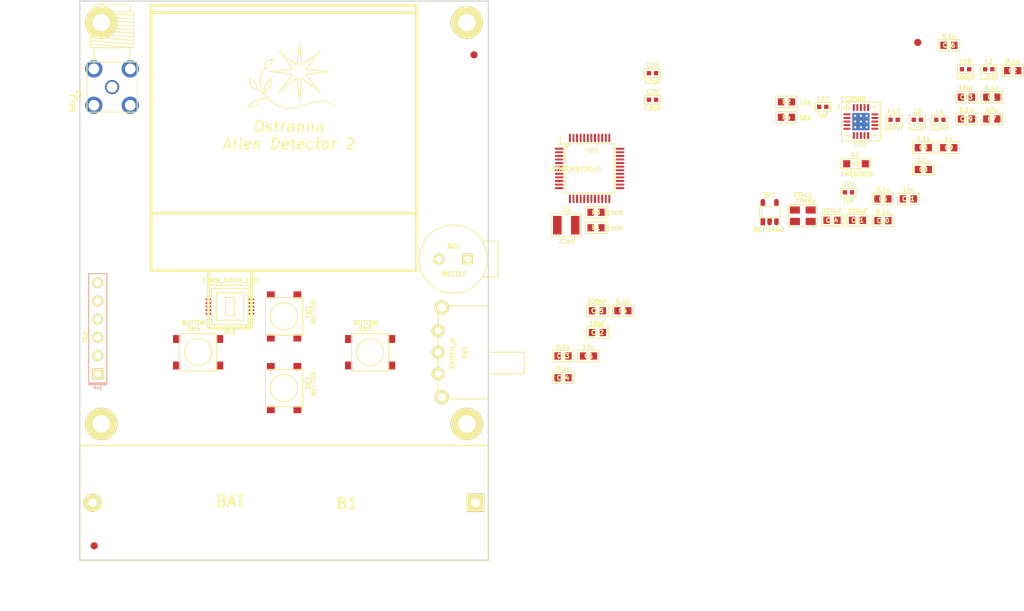
<source format=kicad_pcb>
(kicad_pcb (version 20171130) (host pcbnew "(2018-01-21 revision 81642dddd)-makepkg")

  (general
    (thickness 1.6)
    (drawings 21)
    (tracks 0)
    (zones 0)
    (modules 57)
    (nets 39)
  )

  (page A4)
  (layers
    (0 F.Cu signal)
    (31 B.Cu signal)
    (36 B.SilkS user)
    (37 F.SilkS user)
    (38 B.Mask user)
    (39 F.Mask user)
    (40 Dwgs.User user)
    (44 Edge.Cuts user)
  )

  (setup
    (last_trace_width 0.25)
    (trace_clearance 0.2)
    (zone_clearance 0.508)
    (zone_45_only no)
    (trace_min 0.2)
    (segment_width 0.2)
    (edge_width 0.15)
    (via_size 0.8)
    (via_drill 0.4)
    (via_min_size 0.4)
    (via_min_drill 0.3)
    (uvia_size 0.3)
    (uvia_drill 0.1)
    (uvias_allowed no)
    (uvia_min_size 0.2)
    (uvia_min_drill 0.1)
    (pcb_text_width 0.3)
    (pcb_text_size 1.5 1.5)
    (mod_edge_width 0.15)
    (mod_text_size 0.000001 0.000001)
    (mod_text_width 0.15)
    (pad_size 1.4 1.4)
    (pad_drill 0.6)
    (pad_to_mask_clearance 0.2)
    (aux_axis_origin 112.5 126)
    (visible_elements 7FFFF79F)
    (pcbplotparams
      (layerselection 0x010fc_ffffffff)
      (usegerberextensions false)
      (usegerberattributes false)
      (usegerberadvancedattributes false)
      (creategerberjobfile false)
      (excludeedgelayer true)
      (linewidth 0.150000)
      (plotframeref false)
      (viasonmask false)
      (mode 1)
      (useauxorigin false)
      (hpglpennumber 1)
      (hpglpenspeed 20)
      (hpglpendiameter 15)
      (psnegative false)
      (psa4output false)
      (plotreference true)
      (plotvalue true)
      (plotinvisibletext false)
      (padsonsilk false)
      (subtractmaskfromsilk false)
      (outputformat 1)
      (mirror false)
      (drillshape 1)
      (scaleselection 1)
      (outputdirectory ""))
  )

  (net 0 "")
  (net 1 "Net-(B1-PadA)")
  (net 2 GND)
  (net 3 "Net-(BZ1-Pad1)")
  (net 4 /LCD_PWR)
  (net 5 +3.3V)
  (net 6 "Net-(C4-Pad1)")
  (net 7 "Net-(C12-Pad1)")
  (net 8 "Net-(C13-Pad1)")
  (net 9 "Net-(C14-Pad1)")
  (net 10 /A1)
  (net 11 /A3)
  (net 12 /A4)
  (net 13 /A2)
  (net 14 /A5)
  (net 15 /RF_Out)
  (net 16 /Lout)
  (net 17 /ADC_BAT)
  (net 18 /CC_GDO0)
  (net 19 /CC_CS)
  (net 20 /CC_SCK)
  (net 21 /CC_MISO)
  (net 22 /CC_MOSI)
  (net 23 /LCD_SDA)
  (net 24 /LCD_XRES)
  (net 25 /LCD_SCLK)
  (net 26 /LCD_XCS)
  (net 27 /LCD_BCKLT)
  (net 28 /UART_TX)
  (net 29 /UART_RX)
  (net 30 /SWDIO)
  (net 31 /SWCLK)
  (net 32 "Net-(DD1-Pad39)")
  (net 33 "Net-(DD1-Pad40)")
  (net 34 "Net-(DD1-Pad41)")
  (net 35 "Net-(DD1-Pad42)")
  (net 36 "Net-(DD2-Pad17)")
  (net 37 "Net-(R1-Pad2)")
  (net 38 "Net-(SW1-PadH)")

  (net_class Default "This is the default net class."
    (clearance 0.2)
    (trace_width 0.25)
    (via_dia 0.8)
    (via_drill 0.4)
    (uvia_dia 0.3)
    (uvia_drill 0.1)
    (add_net +3.3V)
    (add_net /A1)
    (add_net /A2)
    (add_net /A3)
    (add_net /A4)
    (add_net /A5)
    (add_net /ADC_BAT)
    (add_net /CC_CS)
    (add_net /CC_GDO0)
    (add_net /CC_MISO)
    (add_net /CC_MOSI)
    (add_net /CC_SCK)
    (add_net /LCD_BCKLT)
    (add_net /LCD_PWR)
    (add_net /LCD_SCLK)
    (add_net /LCD_SDA)
    (add_net /LCD_XCS)
    (add_net /LCD_XRES)
    (add_net /Lout)
    (add_net /RF_Out)
    (add_net /SWCLK)
    (add_net /SWDIO)
    (add_net /UART_RX)
    (add_net /UART_TX)
    (add_net GND)
    (add_net "Net-(B1-PadA)")
    (add_net "Net-(BZ1-Pad1)")
    (add_net "Net-(C12-Pad1)")
    (add_net "Net-(C13-Pad1)")
    (add_net "Net-(C14-Pad1)")
    (add_net "Net-(C4-Pad1)")
    (add_net "Net-(DD1-Pad39)")
    (add_net "Net-(DD1-Pad40)")
    (add_net "Net-(DD1-Pad41)")
    (add_net "Net-(DD1-Pad42)")
    (add_net "Net-(DD2-Pad17)")
    (add_net "Net-(R1-Pad2)")
    (add_net "Net-(SW1-PadH)")
  )

  (module Installation:BATTERY_AA (layer F.Cu) (tedit 59A093A0) (tstamp 5A715411)
    (at 141 118 180)
    (path /5A7C6F4E)
    (fp_text reference B1 (at -8.8 -0.1 180) (layer F.SilkS)
      (effects (font (size 1.524 1.524) (thickness 0.3048)))
    )
    (fp_text value BAT (at 7.5 0.2 180) (layer F.SilkS)
      (effects (font (size 1.524 1.524) (thickness 0.3048)))
    )
    (fp_line (start -28.5 -8) (end 28.5 -8) (layer F.SilkS) (width 0.2))
    (fp_line (start 28.5 -8) (end 28.5 8) (layer F.SilkS) (width 0.2))
    (fp_line (start 28.5 8) (end -28.5 8) (layer F.SilkS) (width 0.2))
    (fp_line (start -28.5 8) (end -28.5 -8) (layer F.SilkS) (width 0.2))
    (pad A thru_hole rect (at -26.7 0 180) (size 2.5 2.5) (drill 1.2) (layers *.Cu *.Mask F.SilkS)
      (net 1 "Net-(B1-PadA)"))
    (pad C thru_hole circle (at 26.7 0 180) (size 2.5 2.5) (drill 1.2) (layers *.Cu *.Mask F.SilkS)
      (net 2 GND))
  )

  (module Installation:BUZZER_HC0903 (layer F.Cu) (tedit 551FCF84) (tstamp 5A71541C)
    (at 164.6 84)
    (path /4F1301F4)
    (fp_text reference BZ1 (at 0.0508 -1.80086) (layer F.SilkS)
      (effects (font (size 0.59944 0.59944) (thickness 0.14986)))
    )
    (fp_text value BUZZER (at 0.09906 2.10058) (layer F.SilkS)
      (effects (font (size 0.59944 0.59944) (thickness 0.14986)))
    )
    (fp_line (start 6.25094 0) (end 6.25094 -2.49936) (layer F.SilkS) (width 0.15))
    (fp_line (start 6.25094 -2.49936) (end 4.04876 -2.49936) (layer F.SilkS) (width 0.15))
    (fp_line (start 6.25094 0) (end 6.25094 2.49936) (layer F.SilkS) (width 0.15))
    (fp_line (start 6.25094 2.49936) (end 4.0005 2.49936) (layer F.SilkS) (width 0.15))
    (fp_circle (center 0 0) (end 4.7498 0) (layer F.SilkS) (width 0.15))
    (pad 1 thru_hole rect (at 2 0) (size 1.5 1.5) (drill 0.9) (layers *.Cu *.Mask F.SilkS)
      (net 3 "Net-(BZ1-Pad1)"))
    (pad 2 thru_hole circle (at -2 0) (size 1.5 1.5) (drill 0.9) (layers *.Cu *.Mask F.SilkS)
      (net 2 GND))
  )

  (module Capacitors:CAP_0603 (layer F.Cu) (tedit 5980AFC3) (tstamp 5A715427)
    (at 239.745001 61.4095)
    (path /5A71D77A)
    (attr smd)
    (fp_text reference C1 (at 0 0) (layer F.SilkS)
      (effects (font (size 0.6 0.6) (thickness 0.15)))
    )
    (fp_text value 0.1u (at 0 -1.3) (layer F.SilkS)
      (effects (font (size 0.6 0.6) (thickness 0.15)))
    )
    (fp_line (start -1.5 0.8) (end -1.5 0) (layer F.SilkS) (width 0.15))
    (fp_line (start 1.5 0.8) (end -1.5 0.8) (layer F.SilkS) (width 0.15))
    (fp_line (start 1.5 -0.8) (end 1.5 0.8) (layer F.SilkS) (width 0.15))
    (fp_line (start -1.5 -0.8) (end 1.5 -0.8) (layer F.SilkS) (width 0.15))
    (fp_line (start -1.5 0) (end -1.5 -0.8) (layer F.SilkS) (width 0.15))
    (pad 2 smd rect (at 0.762 0) (size 0.889 1.016) (layers F.Cu F.Mask)
      (net 2 GND))
    (pad 1 smd rect (at -0.762 0) (size 0.889 1.016) (layers F.Cu F.Mask)
      (net 4 /LCD_PWR))
    (model D:/Libs/Kicad/3d/c_0603.wrl
      (at (xyz 0 0 0))
      (scale (xyz 1 1 1))
      (rotate (xyz 0 0 0))
    )
  )

  (module Capacitors:CAP_0603 (layer F.Cu) (tedit 5980AFC3) (tstamp 5A715432)
    (at 242.665001 57.7095)
    (path /5A71D6C4)
    (attr smd)
    (fp_text reference C2 (at 0 0) (layer F.SilkS)
      (effects (font (size 0.6 0.6) (thickness 0.15)))
    )
    (fp_text value 0.1u (at 0 -1.3) (layer F.SilkS)
      (effects (font (size 0.6 0.6) (thickness 0.15)))
    )
    (fp_line (start -1.5 0) (end -1.5 -0.8) (layer F.SilkS) (width 0.15))
    (fp_line (start -1.5 -0.8) (end 1.5 -0.8) (layer F.SilkS) (width 0.15))
    (fp_line (start 1.5 -0.8) (end 1.5 0.8) (layer F.SilkS) (width 0.15))
    (fp_line (start 1.5 0.8) (end -1.5 0.8) (layer F.SilkS) (width 0.15))
    (fp_line (start -1.5 0.8) (end -1.5 0) (layer F.SilkS) (width 0.15))
    (pad 1 smd rect (at -0.762 0) (size 0.889 1.016) (layers F.Cu F.Mask)
      (net 5 +3.3V))
    (pad 2 smd rect (at 0.762 0) (size 0.889 1.016) (layers F.Cu F.Mask)
      (net 2 GND))
    (model D:/Libs/Kicad/3d/c_0603.wrl
      (at (xyz 0 0 0))
      (scale (xyz 1 1 1))
      (rotate (xyz 0 0 0))
    )
  )

  (module Capacitors:CAP_0603 (layer F.Cu) (tedit 5980AFC3) (tstamp 5A71543D)
    (at 230.195001 68.4595)
    (path /5A71D6CD)
    (attr smd)
    (fp_text reference C3 (at 0 0) (layer F.SilkS)
      (effects (font (size 0.6 0.6) (thickness 0.15)))
    )
    (fp_text value 0.1u (at 0 -1.3) (layer F.SilkS)
      (effects (font (size 0.6 0.6) (thickness 0.15)))
    )
    (fp_line (start -1.5 0.8) (end -1.5 0) (layer F.SilkS) (width 0.15))
    (fp_line (start 1.5 0.8) (end -1.5 0.8) (layer F.SilkS) (width 0.15))
    (fp_line (start 1.5 -0.8) (end 1.5 0.8) (layer F.SilkS) (width 0.15))
    (fp_line (start -1.5 -0.8) (end 1.5 -0.8) (layer F.SilkS) (width 0.15))
    (fp_line (start -1.5 0) (end -1.5 -0.8) (layer F.SilkS) (width 0.15))
    (pad 2 smd rect (at 0.762 0) (size 0.889 1.016) (layers F.Cu F.Mask)
      (net 2 GND))
    (pad 1 smd rect (at -0.762 0) (size 0.889 1.016) (layers F.Cu F.Mask)
      (net 5 +3.3V))
    (model D:/Libs/Kicad/3d/c_0603.wrl
      (at (xyz 0 0 0))
      (scale (xyz 1 1 1))
      (rotate (xyz 0 0 0))
    )
  )

  (module Capacitors:CAP_0603 (layer F.Cu) (tedit 5980AFC3) (tstamp 5A715448)
    (at 188.275001 91.2095)
    (path /4EBAE64E)
    (attr smd)
    (fp_text reference C4 (at 0 0) (layer F.SilkS)
      (effects (font (size 0.6 0.6) (thickness 0.15)))
    )
    (fp_text value 0.1u (at 0 -1.3) (layer F.SilkS)
      (effects (font (size 0.6 0.6) (thickness 0.15)))
    )
    (fp_line (start -1.5 0) (end -1.5 -0.8) (layer F.SilkS) (width 0.15))
    (fp_line (start -1.5 -0.8) (end 1.5 -0.8) (layer F.SilkS) (width 0.15))
    (fp_line (start 1.5 -0.8) (end 1.5 0.8) (layer F.SilkS) (width 0.15))
    (fp_line (start 1.5 0.8) (end -1.5 0.8) (layer F.SilkS) (width 0.15))
    (fp_line (start -1.5 0.8) (end -1.5 0) (layer F.SilkS) (width 0.15))
    (pad 1 smd rect (at -0.762 0) (size 0.889 1.016) (layers F.Cu F.Mask)
      (net 6 "Net-(C4-Pad1)"))
    (pad 2 smd rect (at 0.762 0) (size 0.889 1.016) (layers F.Cu F.Mask)
      (net 2 GND))
    (model D:/Libs/Kicad/3d/c_0603.wrl
      (at (xyz 0 0 0))
      (scale (xyz 1 1 1))
      (rotate (xyz 0 0 0))
    )
  )

  (module Capacitors:CAP_0603 (layer F.Cu) (tedit 5980AFC3) (tstamp 5A715453)
    (at 224.555001 75.5995)
    (path /5A71D6D6)
    (attr smd)
    (fp_text reference C5 (at 0 0) (layer F.SilkS)
      (effects (font (size 0.6 0.6) (thickness 0.15)))
    )
    (fp_text value 0.1u (at 0 -1.3) (layer F.SilkS)
      (effects (font (size 0.6 0.6) (thickness 0.15)))
    )
    (fp_line (start -1.5 0) (end -1.5 -0.8) (layer F.SilkS) (width 0.15))
    (fp_line (start -1.5 -0.8) (end 1.5 -0.8) (layer F.SilkS) (width 0.15))
    (fp_line (start 1.5 -0.8) (end 1.5 0.8) (layer F.SilkS) (width 0.15))
    (fp_line (start 1.5 0.8) (end -1.5 0.8) (layer F.SilkS) (width 0.15))
    (fp_line (start -1.5 0.8) (end -1.5 0) (layer F.SilkS) (width 0.15))
    (pad 1 smd rect (at -0.762 0) (size 0.889 1.016) (layers F.Cu F.Mask)
      (net 5 +3.3V))
    (pad 2 smd rect (at 0.762 0) (size 0.889 1.016) (layers F.Cu F.Mask)
      (net 2 GND))
    (model D:/Libs/Kicad/3d/c_0603.wrl
      (at (xyz 0 0 0))
      (scale (xyz 1 1 1))
      (rotate (xyz 0 0 0))
    )
  )

  (module Capacitors:CAP_0603 (layer F.Cu) (tedit 5980AFC3) (tstamp 5A71545E)
    (at 183.475001 97.5195)
    (path /4EBAE654)
    (attr smd)
    (fp_text reference C6 (at 0 0) (layer F.SilkS)
      (effects (font (size 0.6 0.6) (thickness 0.15)))
    )
    (fp_text value 10u (at 0 -1.3) (layer F.SilkS)
      (effects (font (size 0.6 0.6) (thickness 0.15)))
    )
    (fp_line (start -1.5 0.8) (end -1.5 0) (layer F.SilkS) (width 0.15))
    (fp_line (start 1.5 0.8) (end -1.5 0.8) (layer F.SilkS) (width 0.15))
    (fp_line (start 1.5 -0.8) (end 1.5 0.8) (layer F.SilkS) (width 0.15))
    (fp_line (start -1.5 -0.8) (end 1.5 -0.8) (layer F.SilkS) (width 0.15))
    (fp_line (start -1.5 0) (end -1.5 -0.8) (layer F.SilkS) (width 0.15))
    (pad 2 smd rect (at 0.762 0) (size 0.889 1.016) (layers F.Cu F.Mask)
      (net 2 GND))
    (pad 1 smd rect (at -0.762 0) (size 0.889 1.016) (layers F.Cu F.Mask)
      (net 6 "Net-(C4-Pad1)"))
    (model D:/Libs/Kicad/3d/c_0603.wrl
      (at (xyz 0 0 0))
      (scale (xyz 1 1 1))
      (rotate (xyz 0 0 0))
    )
  )

  (module Capacitors:CAP_0603 (layer F.Cu) (tedit 5980AFC3) (tstamp 5A715469)
    (at 239.745001 64.4495)
    (path /5A71D6DF)
    (attr smd)
    (fp_text reference C7 (at 0 0) (layer F.SilkS)
      (effects (font (size 0.6 0.6) (thickness 0.15)))
    )
    (fp_text value 10u (at 0 -1.3) (layer F.SilkS)
      (effects (font (size 0.6 0.6) (thickness 0.15)))
    )
    (fp_line (start -1.5 0) (end -1.5 -0.8) (layer F.SilkS) (width 0.15))
    (fp_line (start -1.5 -0.8) (end 1.5 -0.8) (layer F.SilkS) (width 0.15))
    (fp_line (start 1.5 -0.8) (end 1.5 0.8) (layer F.SilkS) (width 0.15))
    (fp_line (start 1.5 0.8) (end -1.5 0.8) (layer F.SilkS) (width 0.15))
    (fp_line (start -1.5 0.8) (end -1.5 0) (layer F.SilkS) (width 0.15))
    (pad 1 smd rect (at -0.762 0) (size 0.889 1.016) (layers F.Cu F.Mask)
      (net 5 +3.3V))
    (pad 2 smd rect (at 0.762 0) (size 0.889 1.016) (layers F.Cu F.Mask)
      (net 2 GND))
    (model D:/Libs/Kicad/3d/c_0603.wrl
      (at (xyz 0 0 0))
      (scale (xyz 1 1 1))
      (rotate (xyz 0 0 0))
    )
  )

  (module Capacitors:CAP_0603 (layer F.Cu) (tedit 5980AFC3) (tstamp 5A715474)
    (at 230.195001 71.4995)
    (path /5A913480)
    (attr smd)
    (fp_text reference C8 (at 0 0) (layer F.SilkS)
      (effects (font (size 0.6 0.6) (thickness 0.15)))
    )
    (fp_text value 0.1u (at 0 -1.3) (layer F.SilkS)
      (effects (font (size 0.6 0.6) (thickness 0.15)))
    )
    (fp_line (start -1.5 0.8) (end -1.5 0) (layer F.SilkS) (width 0.15))
    (fp_line (start 1.5 0.8) (end -1.5 0.8) (layer F.SilkS) (width 0.15))
    (fp_line (start 1.5 -0.8) (end 1.5 0.8) (layer F.SilkS) (width 0.15))
    (fp_line (start -1.5 -0.8) (end 1.5 -0.8) (layer F.SilkS) (width 0.15))
    (fp_line (start -1.5 0) (end -1.5 -0.8) (layer F.SilkS) (width 0.15))
    (pad 2 smd rect (at 0.762 0) (size 0.889 1.016) (layers F.Cu F.Mask)
      (net 2 GND))
    (pad 1 smd rect (at -0.762 0) (size 0.889 1.016) (layers F.Cu F.Mask)
      (net 5 +3.3V))
    (model D:/Libs/Kicad/3d/c_0603.wrl
      (at (xyz 0 0 0))
      (scale (xyz 1 1 1))
      (rotate (xyz 0 0 0))
    )
  )

  (module Capacitors:CAP_0603 (layer F.Cu) (tedit 5980AFC3) (tstamp 5A71547F)
    (at 233.745001 68.4595)
    (path /5A71D6E8)
    (attr smd)
    (fp_text reference C9 (at 0 0) (layer F.SilkS)
      (effects (font (size 0.6 0.6) (thickness 0.15)))
    )
    (fp_text value 1u (at 0 -1.3) (layer F.SilkS)
      (effects (font (size 0.6 0.6) (thickness 0.15)))
    )
    (fp_line (start -1.5 0) (end -1.5 -0.8) (layer F.SilkS) (width 0.15))
    (fp_line (start -1.5 -0.8) (end 1.5 -0.8) (layer F.SilkS) (width 0.15))
    (fp_line (start 1.5 -0.8) (end 1.5 0.8) (layer F.SilkS) (width 0.15))
    (fp_line (start 1.5 0.8) (end -1.5 0.8) (layer F.SilkS) (width 0.15))
    (fp_line (start -1.5 0.8) (end -1.5 0) (layer F.SilkS) (width 0.15))
    (pad 1 smd rect (at -0.762 0) (size 0.889 1.016) (layers F.Cu F.Mask)
      (net 5 +3.3V))
    (pad 2 smd rect (at 0.762 0) (size 0.889 1.016) (layers F.Cu F.Mask)
      (net 2 GND))
    (model D:/Libs/Kicad/3d/c_0603.wrl
      (at (xyz 0 0 0))
      (scale (xyz 1 1 1))
      (rotate (xyz 0 0 0))
    )
  )

  (module Capacitors:CAP_0603 (layer F.Cu) (tedit 5980AFC3) (tstamp 5A71548A)
    (at 224.555001 78.6395)
    (path /4EBAE71B)
    (attr smd)
    (fp_text reference C10 (at 0 0) (layer F.SilkS)
      (effects (font (size 0.6 0.6) (thickness 0.15)))
    )
    (fp_text value 0.1u (at 0 -1.3) (layer F.SilkS)
      (effects (font (size 0.6 0.6) (thickness 0.15)))
    )
    (fp_line (start -1.5 0.8) (end -1.5 0) (layer F.SilkS) (width 0.15))
    (fp_line (start 1.5 0.8) (end -1.5 0.8) (layer F.SilkS) (width 0.15))
    (fp_line (start 1.5 -0.8) (end 1.5 0.8) (layer F.SilkS) (width 0.15))
    (fp_line (start -1.5 -0.8) (end 1.5 -0.8) (layer F.SilkS) (width 0.15))
    (fp_line (start -1.5 0) (end -1.5 -0.8) (layer F.SilkS) (width 0.15))
    (pad 2 smd rect (at 0.762 0) (size 0.889 1.016) (layers F.Cu F.Mask)
      (net 2 GND))
    (pad 1 smd rect (at -0.762 0) (size 0.889 1.016) (layers F.Cu F.Mask)
      (net 5 +3.3V))
    (model D:/Libs/Kicad/3d/c_0603.wrl
      (at (xyz 0 0 0))
      (scale (xyz 1 1 1))
      (rotate (xyz 0 0 0))
    )
  )

  (module Capacitors:CAP_0603 (layer F.Cu) (tedit 5980AFC3) (tstamp 5A715495)
    (at 228.105001 75.5995)
    (path /4EBAE71A)
    (attr smd)
    (fp_text reference C11 (at 0 0) (layer F.SilkS)
      (effects (font (size 0.6 0.6) (thickness 0.15)))
    )
    (fp_text value 10u (at 0 -1.3) (layer F.SilkS)
      (effects (font (size 0.6 0.6) (thickness 0.15)))
    )
    (fp_line (start -1.5 0.8) (end -1.5 0) (layer F.SilkS) (width 0.15))
    (fp_line (start 1.5 0.8) (end -1.5 0.8) (layer F.SilkS) (width 0.15))
    (fp_line (start 1.5 -0.8) (end 1.5 0.8) (layer F.SilkS) (width 0.15))
    (fp_line (start -1.5 -0.8) (end 1.5 -0.8) (layer F.SilkS) (width 0.15))
    (fp_line (start -1.5 0) (end -1.5 -0.8) (layer F.SilkS) (width 0.15))
    (pad 2 smd rect (at 0.762 0) (size 0.889 1.016) (layers F.Cu F.Mask)
      (net 2 GND))
    (pad 1 smd rect (at -0.762 0) (size 0.889 1.016) (layers F.Cu F.Mask)
      (net 5 +3.3V))
    (model D:/Libs/Kicad/3d/c_0603.wrl
      (at (xyz 0 0 0))
      (scale (xyz 1 1 1))
      (rotate (xyz 0 0 0))
    )
  )

  (module Capacitors:CAP_0603 (layer F.Cu) (tedit 5980AFC3) (tstamp 5A7154A0)
    (at 184.725001 94.2495)
    (path /4BE7D9C8)
    (attr smd)
    (fp_text reference C12 (at 0 0) (layer F.SilkS)
      (effects (font (size 0.6 0.6) (thickness 0.15)))
    )
    (fp_text value 18pF (at 0 -1.3) (layer F.SilkS)
      (effects (font (size 0.6 0.6) (thickness 0.15)))
    )
    (fp_line (start -1.5 0.8) (end -1.5 0) (layer F.SilkS) (width 0.15))
    (fp_line (start 1.5 0.8) (end -1.5 0.8) (layer F.SilkS) (width 0.15))
    (fp_line (start 1.5 -0.8) (end 1.5 0.8) (layer F.SilkS) (width 0.15))
    (fp_line (start -1.5 -0.8) (end 1.5 -0.8) (layer F.SilkS) (width 0.15))
    (fp_line (start -1.5 0) (end -1.5 -0.8) (layer F.SilkS) (width 0.15))
    (pad 2 smd rect (at 0.762 0) (size 0.889 1.016) (layers F.Cu F.Mask)
      (net 2 GND))
    (pad 1 smd rect (at -0.762 0) (size 0.889 1.016) (layers F.Cu F.Mask)
      (net 7 "Net-(C12-Pad1)"))
    (model D:/Libs/Kicad/3d/c_0603.wrl
      (at (xyz 0 0 0))
      (scale (xyz 1 1 1))
      (rotate (xyz 0 0 0))
    )
  )

  (module Capacitors:CAP_0603 (layer F.Cu) (tedit 5980AFC3) (tstamp 5A7154AB)
    (at 236.195001 61.4095)
    (path /4BE7D9C2)
    (attr smd)
    (fp_text reference C13 (at 0 0) (layer F.SilkS)
      (effects (font (size 0.6 0.6) (thickness 0.15)))
    )
    (fp_text value 18pF (at 0 -1.3) (layer F.SilkS)
      (effects (font (size 0.6 0.6) (thickness 0.15)))
    )
    (fp_line (start -1.5 0) (end -1.5 -0.8) (layer F.SilkS) (width 0.15))
    (fp_line (start -1.5 -0.8) (end 1.5 -0.8) (layer F.SilkS) (width 0.15))
    (fp_line (start 1.5 -0.8) (end 1.5 0.8) (layer F.SilkS) (width 0.15))
    (fp_line (start 1.5 0.8) (end -1.5 0.8) (layer F.SilkS) (width 0.15))
    (fp_line (start -1.5 0.8) (end -1.5 0) (layer F.SilkS) (width 0.15))
    (pad 1 smd rect (at -0.762 0) (size 0.889 1.016) (layers F.Cu F.Mask)
      (net 8 "Net-(C13-Pad1)"))
    (pad 2 smd rect (at 0.762 0) (size 0.889 1.016) (layers F.Cu F.Mask)
      (net 2 GND))
    (model D:/Libs/Kicad/3d/c_0603.wrl
      (at (xyz 0 0 0))
      (scale (xyz 1 1 1))
      (rotate (xyz 0 0 0))
    )
  )

  (module Capacitors:CAP_0603 (layer F.Cu) (tedit 5980AFC3) (tstamp 5A7154B6)
    (at 179.925001 100.5595)
    (path /4BE7D9A3)
    (attr smd)
    (fp_text reference C14 (at 0 0) (layer F.SilkS)
      (effects (font (size 0.6 0.6) (thickness 0.15)))
    )
    (fp_text value 0.1u (at 0 -1.3) (layer F.SilkS)
      (effects (font (size 0.6 0.6) (thickness 0.15)))
    )
    (fp_line (start -1.5 0) (end -1.5 -0.8) (layer F.SilkS) (width 0.15))
    (fp_line (start -1.5 -0.8) (end 1.5 -0.8) (layer F.SilkS) (width 0.15))
    (fp_line (start 1.5 -0.8) (end 1.5 0.8) (layer F.SilkS) (width 0.15))
    (fp_line (start 1.5 0.8) (end -1.5 0.8) (layer F.SilkS) (width 0.15))
    (fp_line (start -1.5 0.8) (end -1.5 0) (layer F.SilkS) (width 0.15))
    (pad 1 smd rect (at -0.762 0) (size 0.889 1.016) (layers F.Cu F.Mask)
      (net 9 "Net-(C14-Pad1)"))
    (pad 2 smd rect (at 0.762 0) (size 0.889 1.016) (layers F.Cu F.Mask)
      (net 2 GND))
    (model D:/Libs/Kicad/3d/c_0603.wrl
      (at (xyz 0 0 0))
      (scale (xyz 1 1 1))
      (rotate (xyz 0 0 0))
    )
  )

  (module Capacitors:CAP_0603 (layer F.Cu) (tedit 5980AFC3) (tstamp 5A7154C1)
    (at 184.725001 91.2095)
    (path /4BE7DD5E)
    (attr smd)
    (fp_text reference C15 (at 0 0) (layer F.SilkS)
      (effects (font (size 0.6 0.6) (thickness 0.15)))
    )
    (fp_text value 220pF (at 0 -1.3) (layer F.SilkS)
      (effects (font (size 0.6 0.6) (thickness 0.15)))
    )
    (fp_line (start -1.5 0) (end -1.5 -0.8) (layer F.SilkS) (width 0.15))
    (fp_line (start -1.5 -0.8) (end 1.5 -0.8) (layer F.SilkS) (width 0.15))
    (fp_line (start 1.5 -0.8) (end 1.5 0.8) (layer F.SilkS) (width 0.15))
    (fp_line (start 1.5 0.8) (end -1.5 0.8) (layer F.SilkS) (width 0.15))
    (fp_line (start -1.5 0.8) (end -1.5 0) (layer F.SilkS) (width 0.15))
    (pad 1 smd rect (at -0.762 0) (size 0.889 1.016) (layers F.Cu F.Mask)
      (net 5 +3.3V))
    (pad 2 smd rect (at 0.762 0) (size 0.889 1.016) (layers F.Cu F.Mask)
      (net 2 GND))
    (model D:/Libs/Kicad/3d/c_0603.wrl
      (at (xyz 0 0 0))
      (scale (xyz 1 1 1))
      (rotate (xyz 0 0 0))
    )
  )

  (module Capacitors:CAP_0603 (layer F.Cu) (tedit 5980AFC3) (tstamp 5A7154CC)
    (at 233.765001 54.1695)
    (path /4BE7DD83)
    (attr smd)
    (fp_text reference C16 (at 0 0) (layer F.SilkS)
      (effects (font (size 0.6 0.6) (thickness 0.15)))
    )
    (fp_text value 0.1u (at 0 -1.3) (layer F.SilkS)
      (effects (font (size 0.6 0.6) (thickness 0.15)))
    )
    (fp_line (start -1.5 0.8) (end -1.5 0) (layer F.SilkS) (width 0.15))
    (fp_line (start 1.5 0.8) (end -1.5 0.8) (layer F.SilkS) (width 0.15))
    (fp_line (start 1.5 -0.8) (end 1.5 0.8) (layer F.SilkS) (width 0.15))
    (fp_line (start -1.5 -0.8) (end 1.5 -0.8) (layer F.SilkS) (width 0.15))
    (fp_line (start -1.5 0) (end -1.5 -0.8) (layer F.SilkS) (width 0.15))
    (pad 2 smd rect (at 0.762 0) (size 0.889 1.016) (layers F.Cu F.Mask)
      (net 2 GND))
    (pad 1 smd rect (at -0.762 0) (size 0.889 1.016) (layers F.Cu F.Mask)
      (net 5 +3.3V))
    (model D:/Libs/Kicad/3d/c_0603.wrl
      (at (xyz 0 0 0))
      (scale (xyz 1 1 1))
      (rotate (xyz 0 0 0))
    )
  )

  (module Capacitors:CAP_0402 (layer F.Cu) (tedit 551C278F) (tstamp 5A7154D7)
    (at 226.120714 64.5595)
    (path /4F12FC10)
    (attr smd)
    (fp_text reference C17 (at 0 -1.1) (layer F.SilkS)
      (effects (font (size 0.6 0.6) (thickness 0.15)))
    )
    (fp_text value 100pF (at 0 1.15) (layer F.SilkS)
      (effects (font (size 0.6 0.6) (thickness 0.15)))
    )
    (fp_line (start 0 -0.6) (end 1.1 -0.6) (layer F.SilkS) (width 0.15))
    (fp_line (start 1.1 -0.6) (end 1.1 0.6) (layer F.SilkS) (width 0.15))
    (fp_line (start 1.1 0.6) (end -1.1 0.6) (layer F.SilkS) (width 0.15))
    (fp_line (start -1.1 0.6) (end -1.1 -0.6) (layer F.SilkS) (width 0.15))
    (fp_line (start -1.1 -0.6) (end 0 -0.6) (layer F.SilkS) (width 0.15))
    (pad 1 smd rect (at -0.5 0) (size 0.6 0.6) (layers F.Cu F.Mask)
      (net 10 /A1))
    (pad 2 smd rect (at 0.5 0) (size 0.6 0.6) (layers F.Cu F.Mask)
      (net 11 /A3))
    (model 3d\c_0402.wrl
      (at (xyz 0 0 0))
      (scale (xyz 1 1 1))
      (rotate (xyz 0 0 0))
    )
  )

  (module Capacitors:CAP_0402 (layer F.Cu) (tedit 551C278F) (tstamp 5A7154E2)
    (at 236.080714 57.5095)
    (path /4F12FC41)
    (attr smd)
    (fp_text reference C18 (at 0 -1.1) (layer F.SilkS)
      (effects (font (size 0.6 0.6) (thickness 0.15)))
    )
    (fp_text value 100pF (at 0 1.15) (layer F.SilkS)
      (effects (font (size 0.6 0.6) (thickness 0.15)))
    )
    (fp_line (start -1.1 -0.6) (end 0 -0.6) (layer F.SilkS) (width 0.15))
    (fp_line (start -1.1 0.6) (end -1.1 -0.6) (layer F.SilkS) (width 0.15))
    (fp_line (start 1.1 0.6) (end -1.1 0.6) (layer F.SilkS) (width 0.15))
    (fp_line (start 1.1 -0.6) (end 1.1 0.6) (layer F.SilkS) (width 0.15))
    (fp_line (start 0 -0.6) (end 1.1 -0.6) (layer F.SilkS) (width 0.15))
    (pad 2 smd rect (at 0.5 0) (size 0.6 0.6) (layers F.Cu F.Mask)
      (net 12 /A4))
    (pad 1 smd rect (at -0.5 0) (size 0.6 0.6) (layers F.Cu F.Mask)
      (net 13 /A2))
    (model 3d\c_0402.wrl
      (at (xyz 0 0 0))
      (scale (xyz 1 1 1))
      (rotate (xyz 0 0 0))
    )
  )

  (module Capacitors:CAP_0603 (layer F.Cu) (tedit 5980AFC3) (tstamp 5A7154ED)
    (at 236.195001 64.4495)
    (path /4BE7DD9D)
    (attr smd)
    (fp_text reference C19 (at 0 0) (layer F.SilkS)
      (effects (font (size 0.6 0.6) (thickness 0.15)))
    )
    (fp_text value 0.1u (at 0 -1.3) (layer F.SilkS)
      (effects (font (size 0.6 0.6) (thickness 0.15)))
    )
    (fp_line (start -1.5 0) (end -1.5 -0.8) (layer F.SilkS) (width 0.15))
    (fp_line (start -1.5 -0.8) (end 1.5 -0.8) (layer F.SilkS) (width 0.15))
    (fp_line (start 1.5 -0.8) (end 1.5 0.8) (layer F.SilkS) (width 0.15))
    (fp_line (start 1.5 0.8) (end -1.5 0.8) (layer F.SilkS) (width 0.15))
    (fp_line (start -1.5 0.8) (end -1.5 0) (layer F.SilkS) (width 0.15))
    (pad 1 smd rect (at -0.762 0) (size 0.889 1.016) (layers F.Cu F.Mask)
      (net 5 +3.3V))
    (pad 2 smd rect (at 0.762 0) (size 0.889 1.016) (layers F.Cu F.Mask)
      (net 2 GND))
    (model D:/Libs/Kicad/3d/c_0603.wrl
      (at (xyz 0 0 0))
      (scale (xyz 1 1 1))
      (rotate (xyz 0 0 0))
    )
  )

  (module Capacitors:CAP_0402 (layer F.Cu) (tedit 551C278F) (tstamp 5A7154F8)
    (at 219.745001 74.6895)
    (path /4F12FC51)
    (attr smd)
    (fp_text reference C20 (at 0 -1.1) (layer F.SilkS)
      (effects (font (size 0.6 0.6) (thickness 0.15)))
    )
    (fp_text value 1pF (at 0 1.15) (layer F.SilkS)
      (effects (font (size 0.6 0.6) (thickness 0.15)))
    )
    (fp_line (start 0 -0.6) (end 1.1 -0.6) (layer F.SilkS) (width 0.15))
    (fp_line (start 1.1 -0.6) (end 1.1 0.6) (layer F.SilkS) (width 0.15))
    (fp_line (start 1.1 0.6) (end -1.1 0.6) (layer F.SilkS) (width 0.15))
    (fp_line (start -1.1 0.6) (end -1.1 -0.6) (layer F.SilkS) (width 0.15))
    (fp_line (start -1.1 -0.6) (end 0 -0.6) (layer F.SilkS) (width 0.15))
    (pad 1 smd rect (at -0.5 0) (size 0.6 0.6) (layers F.Cu F.Mask)
      (net 2 GND))
    (pad 2 smd rect (at 0.5 0) (size 0.6 0.6) (layers F.Cu F.Mask)
      (net 11 /A3))
    (model 3d\c_0402.wrl
      (at (xyz 0 0 0))
      (scale (xyz 1 1 1))
      (rotate (xyz 0 0 0))
    )
  )

  (module Capacitors:CAP_0603 (layer F.Cu) (tedit 5980AFC3) (tstamp 5A715503)
    (at 221.005001 78.5895)
    (path /4BE7DDCA)
    (attr smd)
    (fp_text reference C21 (at 0 0) (layer F.SilkS)
      (effects (font (size 0.6 0.6) (thickness 0.15)))
    )
    (fp_text value 220pF (at 0 -1.3) (layer F.SilkS)
      (effects (font (size 0.6 0.6) (thickness 0.15)))
    )
    (fp_line (start -1.5 0.8) (end -1.5 0) (layer F.SilkS) (width 0.15))
    (fp_line (start 1.5 0.8) (end -1.5 0.8) (layer F.SilkS) (width 0.15))
    (fp_line (start 1.5 -0.8) (end 1.5 0.8) (layer F.SilkS) (width 0.15))
    (fp_line (start -1.5 -0.8) (end 1.5 -0.8) (layer F.SilkS) (width 0.15))
    (fp_line (start -1.5 0) (end -1.5 -0.8) (layer F.SilkS) (width 0.15))
    (pad 2 smd rect (at 0.762 0) (size 0.889 1.016) (layers F.Cu F.Mask)
      (net 2 GND))
    (pad 1 smd rect (at -0.762 0) (size 0.889 1.016) (layers F.Cu F.Mask)
      (net 5 +3.3V))
    (model D:/Libs/Kicad/3d/c_0603.wrl
      (at (xyz 0 0 0))
      (scale (xyz 1 1 1))
      (rotate (xyz 0 0 0))
    )
  )

  (module Capacitors:CAP_0402 (layer F.Cu) (tedit 551C278F) (tstamp 5A71550E)
    (at 216.155001 62.7595)
    (path /4F12FD57)
    (attr smd)
    (fp_text reference C22 (at 0 -1.1) (layer F.SilkS)
      (effects (font (size 0.6 0.6) (thickness 0.15)))
    )
    (fp_text value 1pF (at 0 1.15) (layer F.SilkS)
      (effects (font (size 0.6 0.6) (thickness 0.15)))
    )
    (fp_line (start -1.1 -0.6) (end 0 -0.6) (layer F.SilkS) (width 0.15))
    (fp_line (start -1.1 0.6) (end -1.1 -0.6) (layer F.SilkS) (width 0.15))
    (fp_line (start 1.1 0.6) (end -1.1 0.6) (layer F.SilkS) (width 0.15))
    (fp_line (start 1.1 -0.6) (end 1.1 0.6) (layer F.SilkS) (width 0.15))
    (fp_line (start 0 -0.6) (end 1.1 -0.6) (layer F.SilkS) (width 0.15))
    (pad 2 smd rect (at 0.5 0) (size 0.6 0.6) (layers F.Cu F.Mask)
      (net 14 /A5))
    (pad 1 smd rect (at -0.5 0) (size 0.6 0.6) (layers F.Cu F.Mask)
      (net 12 /A4))
    (model 3d\c_0402.wrl
      (at (xyz 0 0 0))
      (scale (xyz 1 1 1))
      (rotate (xyz 0 0 0))
    )
  )

  (module Capacitors:CAP_0603 (layer F.Cu) (tedit 5980AFC3) (tstamp 5A715519)
    (at 179.925001 97.5195)
    (path /4BE7DDE3)
    (attr smd)
    (fp_text reference C23 (at 0 0) (layer F.SilkS)
      (effects (font (size 0.6 0.6) (thickness 0.15)))
    )
    (fp_text value 0.1u (at 0 -1.3) (layer F.SilkS)
      (effects (font (size 0.6 0.6) (thickness 0.15)))
    )
    (fp_line (start -1.5 0) (end -1.5 -0.8) (layer F.SilkS) (width 0.15))
    (fp_line (start -1.5 -0.8) (end 1.5 -0.8) (layer F.SilkS) (width 0.15))
    (fp_line (start 1.5 -0.8) (end 1.5 0.8) (layer F.SilkS) (width 0.15))
    (fp_line (start 1.5 0.8) (end -1.5 0.8) (layer F.SilkS) (width 0.15))
    (fp_line (start -1.5 0.8) (end -1.5 0) (layer F.SilkS) (width 0.15))
    (pad 1 smd rect (at -0.762 0) (size 0.889 1.016) (layers F.Cu F.Mask)
      (net 5 +3.3V))
    (pad 2 smd rect (at 0.762 0) (size 0.889 1.016) (layers F.Cu F.Mask)
      (net 2 GND))
    (model D:/Libs/Kicad/3d/c_0603.wrl
      (at (xyz 0 0 0))
      (scale (xyz 1 1 1))
      (rotate (xyz 0 0 0))
    )
  )

  (module Capacitors:CAP_0603 (layer F.Cu) (tedit 5980AFC3) (tstamp 5A715524)
    (at 217.455001 78.5895)
    (path /4BE7DDFD)
    (attr smd)
    (fp_text reference C24 (at 0 0) (layer F.SilkS)
      (effects (font (size 0.6 0.6) (thickness 0.15)))
    )
    (fp_text value 220pF (at 0 -1.3) (layer F.SilkS)
      (effects (font (size 0.6 0.6) (thickness 0.15)))
    )
    (fp_line (start -1.5 0.8) (end -1.5 0) (layer F.SilkS) (width 0.15))
    (fp_line (start 1.5 0.8) (end -1.5 0.8) (layer F.SilkS) (width 0.15))
    (fp_line (start 1.5 -0.8) (end 1.5 0.8) (layer F.SilkS) (width 0.15))
    (fp_line (start -1.5 -0.8) (end 1.5 -0.8) (layer F.SilkS) (width 0.15))
    (fp_line (start -1.5 0) (end -1.5 -0.8) (layer F.SilkS) (width 0.15))
    (pad 2 smd rect (at 0.762 0) (size 0.889 1.016) (layers F.Cu F.Mask)
      (net 2 GND))
    (pad 1 smd rect (at -0.762 0) (size 0.889 1.016) (layers F.Cu F.Mask)
      (net 5 +3.3V))
    (model D:/Libs/Kicad/3d/c_0603.wrl
      (at (xyz 0 0 0))
      (scale (xyz 1 1 1))
      (rotate (xyz 0 0 0))
    )
  )

  (module Capacitors:CAP_0402 (layer F.Cu) (tedit 551C278F) (tstamp 5A71552F)
    (at 192.397857 61.7595)
    (path /4F12FD65)
    (attr smd)
    (fp_text reference C25 (at 0 -1.1) (layer F.SilkS)
      (effects (font (size 0.6 0.6) (thickness 0.15)))
    )
    (fp_text value 1.8pF (at 0 1.15) (layer F.SilkS)
      (effects (font (size 0.6 0.6) (thickness 0.15)))
    )
    (fp_line (start 0 -0.6) (end 1.1 -0.6) (layer F.SilkS) (width 0.15))
    (fp_line (start 1.1 -0.6) (end 1.1 0.6) (layer F.SilkS) (width 0.15))
    (fp_line (start 1.1 0.6) (end -1.1 0.6) (layer F.SilkS) (width 0.15))
    (fp_line (start -1.1 0.6) (end -1.1 -0.6) (layer F.SilkS) (width 0.15))
    (fp_line (start -1.1 -0.6) (end 0 -0.6) (layer F.SilkS) (width 0.15))
    (pad 1 smd rect (at -0.5 0) (size 0.6 0.6) (layers F.Cu F.Mask)
      (net 14 /A5))
    (pad 2 smd rect (at 0.5 0) (size 0.6 0.6) (layers F.Cu F.Mask)
      (net 2 GND))
    (model 3d\c_0402.wrl
      (at (xyz 0 0 0))
      (scale (xyz 1 1 1))
      (rotate (xyz 0 0 0))
    )
  )

  (module Capacitors:CAP_0402 (layer F.Cu) (tedit 551C278F) (tstamp 5A71553A)
    (at 192.397857 58.0595)
    (path /4F12FD84)
    (attr smd)
    (fp_text reference C26 (at 0 -1.1) (layer F.SilkS)
      (effects (font (size 0.6 0.6) (thickness 0.15)))
    )
    (fp_text value 1.5pF (at 0 1.15) (layer F.SilkS)
      (effects (font (size 0.6 0.6) (thickness 0.15)))
    )
    (fp_line (start -1.1 -0.6) (end 0 -0.6) (layer F.SilkS) (width 0.15))
    (fp_line (start -1.1 0.6) (end -1.1 -0.6) (layer F.SilkS) (width 0.15))
    (fp_line (start 1.1 0.6) (end -1.1 0.6) (layer F.SilkS) (width 0.15))
    (fp_line (start 1.1 -0.6) (end 1.1 0.6) (layer F.SilkS) (width 0.15))
    (fp_line (start 0 -0.6) (end 1.1 -0.6) (layer F.SilkS) (width 0.15))
    (pad 2 smd rect (at 0.5 0) (size 0.6 0.6) (layers F.Cu F.Mask)
      (net 2 GND))
    (pad 1 smd rect (at -0.5 0) (size 0.6 0.6) (layers F.Cu F.Mask)
      (net 15 /RF_Out))
    (model 3d\c_0402.wrl
      (at (xyz 0 0 0))
      (scale (xyz 1 1 1))
      (rotate (xyz 0 0 0))
    )
  )

  (module Diodes:SOD323 (layer F.Cu) (tedit 551FD193) (tstamp 5A71554C)
    (at 220.799213 70.698742)
    (path /4EBAE6D4)
    (attr smd)
    (fp_text reference D1 (at -0.14986 -1.24968) (layer F.SilkS)
      (effects (font (size 0.59944 0.59944) (thickness 0.14986)))
    )
    (fp_text value PMEG2020 (at 0.20066 1.45034) (layer F.SilkS)
      (effects (font (size 0.59944 0.59944) (thickness 0.14986)))
    )
    (fp_line (start -2 -0.7) (end -2.1 -0.7) (layer F.SilkS) (width 0.15))
    (fp_line (start -2.1 -0.7) (end -2.1 0.7) (layer F.SilkS) (width 0.15))
    (fp_line (start -2.1 0.7) (end -2 0.7) (layer F.SilkS) (width 0.15))
    (fp_line (start -2 -0.7) (end 2 -0.7) (layer F.SilkS) (width 0.15))
    (fp_line (start 2 -0.7) (end 2 0.7) (layer F.SilkS) (width 0.15))
    (fp_line (start 2 0.7) (end -2 0.7) (layer F.SilkS) (width 0.15))
    (fp_line (start -2 0.7) (end -2 -0.7) (layer F.SilkS) (width 0.15))
    (fp_line (start -0.381 0.381) (end -0.381 -0.381) (layer F.SilkS) (width 0.15))
    (fp_line (start 0.381 0) (end 0.381 -0.381) (layer F.SilkS) (width 0.15))
    (fp_line (start 0.381 -0.381) (end -0.381 0) (layer F.SilkS) (width 0.15))
    (fp_line (start -0.381 0) (end 0.381 0.381) (layer F.SilkS) (width 0.15))
    (fp_line (start 0.381 0.381) (end 0.381 0) (layer F.SilkS) (width 0.15))
    (pad C smd rect (at -1.30048 0) (size 1.00076 1.00076) (layers F.Cu F.Mask)
      (net 5 +3.3V))
    (pad A smd rect (at 1.30048 0) (size 1.00076 1.00076) (layers F.Cu F.Mask)
      (net 16 /Lout))
    (model smd/chip_cms.wrl
      (at (xyz 0 0 0))
      (scale (xyz 0.17 0.16 0.16))
      (rotate (xyz 0 0 0))
    )
  )

  (module SOT:SOT23-5 (layer F.Cu) (tedit 5980B06B) (tstamp 5A71555A)
    (at 208.749073 77.4425)
    (path /4EBAE61B)
    (fp_text reference DA1 (at 0 -2.413) (layer F.SilkS)
      (effects (font (size 0.6 0.6) (thickness 0.15)))
    )
    (fp_text value NCP1400 (at -0.127 2.413) (layer F.SilkS)
      (effects (font (size 0.635 0.635) (thickness 0.14986)))
    )
    (fp_line (start -1.1 0.8) (end -1.1 -0.8) (layer F.SilkS) (width 0.15))
    (fp_line (start -1.45034 0.8001) (end -1.45034 -0.8001) (layer F.SilkS) (width 0.14986))
    (fp_line (start -1.45034 -0.8001) (end 1.45034 -0.8001) (layer F.SilkS) (width 0.14986))
    (fp_line (start 1.45034 -0.8001) (end 1.45034 0.8001) (layer F.SilkS) (width 0.14986))
    (fp_line (start 1.45034 0.8001) (end -1.45034 0.8001) (layer F.SilkS) (width 0.14986))
    (pad 1 smd rect (at -0.95 1.3) (size 0.635 1.1) (layers F.Cu F.Mask)
      (net 5 +3.3V))
    (pad 2 smd oval (at 0 1.3) (size 0.635 1.1) (layers F.Cu F.Mask)
      (net 5 +3.3V))
    (pad 3 smd oval (at 0.95 1.3) (size 0.635 1.1) (layers F.Cu F.Mask))
    (pad 4 smd oval (at 0.95 -1.3) (size 0.635 1.1) (layers F.Cu F.Mask)
      (net 2 GND))
    (pad 5 smd oval (at -0.95 -1.3) (size 0.635 1.1) (layers F.Cu F.Mask)
      (net 16 /Lout))
    (model D:/Libs/Kicad/3d/sot23-5.wrl
      (at (xyz 0 0 0))
      (scale (xyz 1 1 1))
      (rotate (xyz 0 0 0))
    )
  )

  (module LQFP_TQFP:LQFP48 (layer F.Cu) (tedit 5980B17C) (tstamp 5A715595)
    (at 183.629613 71.35)
    (path /5A71D6A0)
    (fp_text reference DD1 (at 0.39878 -2.49936) (layer F.SilkS)
      (effects (font (size 0.59944 0.59944) (thickness 0.14986)))
    )
    (fp_text value STM32F072CxTx (at -1.80086 0.09906) (layer F.SilkS)
      (effects (font (size 0.59944 0.59944) (thickness 0.14986)))
    )
    (fp_text user 1 (at -4.064 -3.81) (layer F.SilkS)
      (effects (font (size 1 1) (thickness 0.15)))
    )
    (fp_line (start -3.45 -2.75) (end -2.75 -3.45) (layer F.SilkS) (width 0.15))
    (fp_line (start 0 -3.45) (end 3.45 -3.45) (layer F.SilkS) (width 0.15))
    (fp_line (start 3.45 -3.45) (end 3.45 3.45) (layer F.SilkS) (width 0.15))
    (fp_line (start 3.45 3.45) (end -3.45 3.45) (layer F.SilkS) (width 0.15))
    (fp_line (start -3.45 3.45) (end -3.45 -3.45) (layer F.SilkS) (width 0.15))
    (fp_line (start -3.45 -3.45) (end 0 -3.45) (layer F.SilkS) (width 0.15))
    (pad 1 smd rect (at -4.25 -2.75) (size 1.2 0.27) (layers F.Cu F.Mask)
      (net 5 +3.3V))
    (pad 2 smd oval (at -4.25 -2.25) (size 1.2 0.27) (layers F.Cu F.Mask))
    (pad 3 smd oval (at -4.25 -1.75) (size 1.2 0.27) (layers F.Cu F.Mask))
    (pad 4 smd oval (at -4.25 -1.25) (size 1.2 0.27) (layers F.Cu F.Mask))
    (pad 5 smd oval (at -4.25 -0.75) (size 1.2 0.27) (layers F.Cu F.Mask))
    (pad 6 smd oval (at -4.25 -0.25) (size 1.2 0.27) (layers F.Cu F.Mask))
    (pad 7 smd oval (at -4.25 0.25) (size 1.2 0.27) (layers F.Cu F.Mask))
    (pad 8 smd oval (at -4.25 0.75) (size 1.2 0.27) (layers F.Cu F.Mask)
      (net 2 GND))
    (pad 9 smd oval (at -4.25 1.25) (size 1.2 0.27) (layers F.Cu F.Mask)
      (net 5 +3.3V))
    (pad 10 smd oval (at -4.25 1.75) (size 1.2 0.27) (layers F.Cu F.Mask))
    (pad 11 smd oval (at -4.25 2.25) (size 1.2 0.27) (layers F.Cu F.Mask)
      (net 17 /ADC_BAT))
    (pad 12 smd oval (at -4.25 2.75) (size 1.2 0.27) (layers F.Cu F.Mask))
    (pad 13 smd oval (at -2.75 4.25 90) (size 1.2 0.27) (layers F.Cu F.Mask)
      (net 18 /CC_GDO0))
    (pad 14 smd oval (at -2.25 4.25 90) (size 1.2 0.27) (layers F.Cu F.Mask)
      (net 19 /CC_CS))
    (pad 15 smd oval (at -1.75 4.25 90) (size 1.2 0.27) (layers F.Cu F.Mask)
      (net 20 /CC_SCK))
    (pad 16 smd oval (at -1.25 4.25 90) (size 1.2 0.27) (layers F.Cu F.Mask)
      (net 21 /CC_MISO))
    (pad 17 smd oval (at -0.75 4.25 90) (size 1.2 0.27) (layers F.Cu F.Mask)
      (net 22 /CC_MOSI))
    (pad 18 smd oval (at -0.25 4.25 90) (size 1.2 0.27) (layers F.Cu F.Mask)
      (net 4 /LCD_PWR))
    (pad 19 smd oval (at 0.25 4.25 90) (size 1.2 0.27) (layers F.Cu F.Mask))
    (pad 20 smd oval (at 0.75 4.25 90) (size 1.2 0.27) (layers F.Cu F.Mask))
    (pad 21 smd oval (at 1.25 4.25 90) (size 1.2 0.27) (layers F.Cu F.Mask)
      (net 23 /LCD_SDA))
    (pad 22 smd oval (at 1.75 4.25 90) (size 1.2 0.27) (layers F.Cu F.Mask)
      (net 24 /LCD_XRES))
    (pad 23 smd oval (at 2.25 4.25 90) (size 1.2 0.27) (layers F.Cu F.Mask)
      (net 2 GND))
    (pad 24 smd oval (at 2.75 4.25 90) (size 1.2 0.27) (layers F.Cu F.Mask)
      (net 5 +3.3V))
    (pad 25 smd oval (at 4.25 2.75) (size 1.2 0.27) (layers F.Cu F.Mask)
      (net 25 /LCD_SCLK))
    (pad 26 smd oval (at 4.25 2.25) (size 1.2 0.27) (layers F.Cu F.Mask)
      (net 26 /LCD_XCS))
    (pad 27 smd oval (at 4.25 1.75) (size 1.2 0.27) (layers F.Cu F.Mask)
      (net 27 /LCD_BCKLT))
    (pad 28 smd oval (at 4.25 1.25) (size 1.2 0.27) (layers F.Cu F.Mask))
    (pad 29 smd oval (at 4.25 0.75) (size 1.2 0.27) (layers F.Cu F.Mask))
    (pad 30 smd oval (at 4.25 0.25) (size 1.2 0.27) (layers F.Cu F.Mask)
      (net 28 /UART_TX))
    (pad 31 smd oval (at 4.25 -0.25) (size 1.2 0.27) (layers F.Cu F.Mask)
      (net 29 /UART_RX))
    (pad 32 smd oval (at 4.25 -0.75) (size 1.2 0.27) (layers F.Cu F.Mask))
    (pad 33 smd oval (at 4.25 -1.25) (size 1.2 0.27) (layers F.Cu F.Mask))
    (pad 34 smd oval (at 4.25 -1.75) (size 1.2 0.27) (layers F.Cu F.Mask)
      (net 30 /SWDIO))
    (pad 35 smd oval (at 4.25 -2.25) (size 1.2 0.27) (layers F.Cu F.Mask)
      (net 2 GND))
    (pad 36 smd oval (at 4.25 -2.75) (size 1.2 0.27) (layers F.Cu F.Mask)
      (net 5 +3.3V))
    (pad 37 smd oval (at 2.75 -4.25 90) (size 1.2 0.27) (layers F.Cu F.Mask)
      (net 31 /SWCLK))
    (pad 38 smd oval (at 2.25 -4.25 90) (size 1.2 0.27) (layers F.Cu F.Mask))
    (pad 39 smd oval (at 1.75 -4.25 90) (size 1.2 0.27) (layers F.Cu F.Mask)
      (net 32 "Net-(DD1-Pad39)"))
    (pad 40 smd oval (at 1.25 -4.25 90) (size 1.2 0.27) (layers F.Cu F.Mask)
      (net 33 "Net-(DD1-Pad40)"))
    (pad 41 smd oval (at 0.75 -4.25 90) (size 1.2 0.27) (layers F.Cu F.Mask)
      (net 34 "Net-(DD1-Pad41)"))
    (pad 42 smd oval (at 0.25 -4.25 90) (size 1.2 0.27) (layers F.Cu F.Mask)
      (net 35 "Net-(DD1-Pad42)"))
    (pad 43 smd oval (at -0.25 -4.25 90) (size 1.2 0.27) (layers F.Cu F.Mask))
    (pad 44 smd oval (at -0.75 -4.25 90) (size 1.2 0.27) (layers F.Cu F.Mask)
      (net 2 GND))
    (pad 45 smd oval (at -1.25 -4.25 90) (size 1.2 0.27) (layers F.Cu F.Mask))
    (pad 46 smd oval (at -1.75 -4.25 90) (size 1.2 0.27) (layers F.Cu F.Mask))
    (pad 47 smd oval (at -2.25 -4.25 90) (size 1.2 0.27) (layers F.Cu F.Mask)
      (net 2 GND))
    (pad 48 smd oval (at -2.75 -4.25 90) (size 1.2 0.27) (layers F.Cu F.Mask)
      (net 5 +3.3V))
    (model D:/Libs/Kicad/3d/CPU/lqfp-48.wrl
      (at (xyz 0 0 0))
      (scale (xyz 1 1 1))
      (rotate (xyz 0 0 90))
    )
  )

  (module QFN_DFN:QFN20 (layer F.Cu) (tedit 5844177C) (tstamp 5A7155C5)
    (at 221.487677 64.8091)
    (path /4BE7D8B1)
    (fp_text reference DD2 (at -0.05 3.2) (layer F.SilkS)
      (effects (font (size 0.6 0.6) (thickness 0.15)))
    )
    (fp_text value CC2500 (at -1.09982 -3.1496) (layer F.SilkS)
      (effects (font (size 0.6 0.6) (thickness 0.15)))
    )
    (fp_line (start -1.5 2) (end -2 2) (layer F.SilkS) (width 0.15))
    (fp_line (start -2 2) (end -2 1.5) (layer F.SilkS) (width 0.15))
    (fp_line (start 2 1.5) (end 2 2) (layer F.SilkS) (width 0.15))
    (fp_line (start 2 2) (end 1.5 2) (layer F.SilkS) (width 0.15))
    (fp_line (start 1.5 -2) (end 2 -2) (layer F.SilkS) (width 0.15))
    (fp_line (start 2 -2) (end 2 -1.5) (layer F.SilkS) (width 0.15))
    (fp_line (start -2 -1.5) (end -2 -2) (layer F.SilkS) (width 0.15))
    (fp_line (start -2 -2) (end -1.5 -2) (layer F.SilkS) (width 0.15))
    (fp_line (start -1.5 -2) (end -2 -1.5) (layer F.SilkS) (width 0.15))
    (fp_text user 1 (at -3.04 -2.1) (layer F.SilkS)
      (effects (font (size 0.6 0.6) (thickness 0.15)))
    )
    (fp_line (start -2.7 -1.55) (end -1.55 -2.7) (layer F.SilkS) (width 0.15))
    (fp_line (start 2.7 -2.7) (end 2.7 2.7) (layer F.SilkS) (width 0.15))
    (fp_line (start 2.7 2.7) (end -2.7 2.7) (layer F.SilkS) (width 0.15))
    (fp_line (start -2.7 2.7) (end -2.7 -2.7) (layer F.SilkS) (width 0.15))
    (fp_line (start -2.7 -2.7) (end 2.7 -2.7) (layer F.SilkS) (width 0.15))
    (pad 1 smd rect (at -1.95 -1) (size 1 0.28) (layers F.Cu F.Mask)
      (net 20 /CC_SCK))
    (pad 2 smd oval (at -1.95 -0.5) (size 1 0.28) (layers F.Cu F.Mask)
      (net 21 /CC_MISO))
    (pad 3 smd oval (at -1.95 0) (size 1 0.28) (layers F.Cu F.Mask))
    (pad 4 smd oval (at -1.95 0.5) (size 1 0.28) (layers F.Cu F.Mask)
      (net 5 +3.3V))
    (pad 5 smd oval (at -1.95 1) (size 1 0.28) (layers F.Cu F.Mask)
      (net 9 "Net-(C14-Pad1)"))
    (pad 6 smd oval (at -1 1.95 90) (size 1 0.28) (layers F.Cu F.Mask)
      (net 18 /CC_GDO0))
    (pad 7 smd oval (at -0.5 1.95 90) (size 1 0.28) (layers F.Cu F.Mask)
      (net 19 /CC_CS))
    (pad 8 smd oval (at 0 1.95 90) (size 1 0.28) (layers F.Cu F.Mask)
      (net 7 "Net-(C12-Pad1)"))
    (pad 9 smd oval (at 0.5 1.95 90) (size 1 0.28) (layers F.Cu F.Mask)
      (net 5 +3.3V))
    (pad 10 smd oval (at 1 1.95 90) (size 1 0.28) (layers F.Cu F.Mask)
      (net 8 "Net-(C13-Pad1)"))
    (pad 11 smd oval (at 1.95 1 180) (size 1 0.28) (layers F.Cu F.Mask)
      (net 5 +3.3V))
    (pad 12 smd oval (at 1.95 0.5 180) (size 1 0.28) (layers F.Cu F.Mask)
      (net 10 /A1))
    (pad 13 smd oval (at 1.95 0 180) (size 1 0.28) (layers F.Cu F.Mask)
      (net 13 /A2))
    (pad 14 smd oval (at 1.95 -0.5 180) (size 1 0.28) (layers F.Cu F.Mask)
      (net 5 +3.3V))
    (pad 15 smd oval (at 1.95 -1 180) (size 1 0.28) (layers F.Cu F.Mask)
      (net 5 +3.3V))
    (pad 16 smd oval (at 1 -1.95 90) (size 1 0.28) (layers F.Cu F.Mask)
      (net 2 GND))
    (pad 17 smd oval (at 0.5 -1.95 90) (size 1 0.28) (layers F.Cu F.Mask)
      (net 36 "Net-(DD2-Pad17)"))
    (pad 18 smd oval (at 0 -1.95 90) (size 1 0.28) (layers F.Cu F.Mask)
      (net 5 +3.3V))
    (pad 19 smd oval (at -0.5 -1.95 90) (size 1 0.28) (layers F.Cu F.Mask)
      (net 2 GND))
    (pad 20 smd oval (at -1 -1.95 90) (size 1 0.28) (layers F.Cu F.Mask)
      (net 22 /CC_MOSI))
    (pad PAD thru_hole rect (at 0 0) (size 0.8 0.8) (drill 0.3) (layers *.Cu F.Mask)
      (net 2 GND))
    (pad PAD thru_hole rect (at 0.8 0) (size 0.8 0.8) (drill 0.3) (layers *.Cu F.Mask)
      (net 2 GND))
    (pad PAD thru_hole rect (at 0 -0.8) (size 0.8 0.8) (drill 0.3) (layers *.Cu F.Mask)
      (net 2 GND))
    (pad PAD thru_hole rect (at 0.8 -0.8) (size 0.8 0.8) (drill 0.3) (layers *.Cu F.Mask)
      (net 2 GND))
    (pad PAD thru_hole rect (at -0.8 -0.8) (size 0.8 0.8) (drill 0.3) (layers *.Cu F.Mask)
      (net 2 GND))
    (pad PAD thru_hole rect (at -0.8 0) (size 0.8 0.8) (drill 0.3) (layers *.Cu F.Mask)
      (net 2 GND))
    (pad PAD thru_hole rect (at -0.8 0.8) (size 0.8 0.8) (drill 0.3) (layers *.Cu F.Mask)
      (net 2 GND))
    (pad PAD thru_hole rect (at 0 0.8) (size 0.8 0.8) (drill 0.3) (layers *.Cu F.Mask)
      (net 2 GND))
    (pad PAD thru_hole rect (at 0.8 0.8) (size 0.8 0.8) (drill 0.3) (layers *.Cu F.Mask)
      (net 2 GND))
    (model 3d\qfn20.wrl
      (at (xyz 0 0 0))
      (scale (xyz 1 1 1))
      (rotate (xyz 0 0 90))
    )
  )

  (module PCB:Hole2d4_out4d5mm (layer F.Cu) (tedit 57C80DEB) (tstamp 5A7155CA)
    (at 115.5 51)
    (path /5A8FBE5F)
    (fp_text reference HOLE1 (at 0 2.8) (layer F.SilkS) hide
      (effects (font (size 0.6 0.6) (thickness 0.15)))
    )
    (fp_text value HOLE_METALLED (at 0 -2.8) (layer F.SilkS) hide
      (effects (font (size 0.6 0.6) (thickness 0.15)))
    )
    (pad H thru_hole circle (at 0 0) (size 4.5 4.5) (drill 2.4) (layers *.Cu *.Mask F.SilkS)
      (net 2 GND))
  )

  (module PCB:Hole2d4_out4d5mm (layer F.Cu) (tedit 57C80DEB) (tstamp 5A7155CF)
    (at 166.5 51)
    (path /5A8FBE67)
    (fp_text reference HOLE2 (at 0 2.8) (layer F.SilkS) hide
      (effects (font (size 0.6 0.6) (thickness 0.15)))
    )
    (fp_text value HOLE_METALLED (at 0 -2.8) (layer F.SilkS) hide
      (effects (font (size 0.6 0.6) (thickness 0.15)))
    )
    (pad H thru_hole circle (at 0 0) (size 4.5 4.5) (drill 2.4) (layers *.Cu *.Mask F.SilkS)
      (net 2 GND))
  )

  (module PCB:Hole2d4_out4d5mm (layer F.Cu) (tedit 57C80DEB) (tstamp 5A7155D4)
    (at 115.5 107)
    (path /5A8EDE46)
    (fp_text reference HOLE3 (at 0 2.8) (layer F.SilkS) hide
      (effects (font (size 0.6 0.6) (thickness 0.15)))
    )
    (fp_text value HOLE_METALLED (at 0 -2.8) (layer F.SilkS) hide
      (effects (font (size 0.6 0.6) (thickness 0.15)))
    )
    (pad H thru_hole circle (at 0 0) (size 4.5 4.5) (drill 2.4) (layers *.Cu *.Mask F.SilkS)
      (net 2 GND))
  )

  (module PCB:Hole2d4_out4d5mm (layer F.Cu) (tedit 57C80DEB) (tstamp 5A7155D9)
    (at 166.5 107)
    (path /5A8EE1FA)
    (fp_text reference HOLE4 (at 0 2.8) (layer F.SilkS) hide
      (effects (font (size 0.6 0.6) (thickness 0.15)))
    )
    (fp_text value HOLE_METALLED (at 0 -2.8) (layer F.SilkS) hide
      (effects (font (size 0.6 0.6) (thickness 0.15)))
    )
    (pad H thru_hole circle (at 0 0) (size 4.5 4.5) (drill 2.4) (layers *.Cu *.Mask F.SilkS)
      (net 2 GND))
  )

  (module Inductors:IND_1210_LQH32C (layer F.Cu) (tedit 551C2EA9) (tstamp 5A7155E3)
    (at 180.375001 79.2695)
    (path /4EBAE696)
    (attr smd)
    (fp_text reference L1 (at 0.1 -2.2) (layer F.SilkS)
      (effects (font (size 0.6 0.6) (thickness 0.15)))
    )
    (fp_text value 22uH (at 0.1 2.25) (layer F.SilkS)
      (effects (font (size 0.6 0.6) (thickness 0.15)))
    )
    (fp_line (start 2.1 -1.6) (end 2.1 1.6) (layer F.SilkS) (width 0.15))
    (fp_line (start 2.1 1.6) (end -2.1 1.6) (layer F.SilkS) (width 0.15))
    (fp_line (start -2.1 1.6) (end -2.1 -1.6) (layer F.SilkS) (width 0.15))
    (fp_line (start -2.1 -1.6) (end 2.1 -1.6) (layer F.SilkS) (width 0.15))
    (pad 1 smd rect (at -1.25 0) (size 1.2 2.6) (layers F.Cu F.Mask)
      (net 16 /Lout))
    (pad 2 smd rect (at 1.25 0) (size 1.2 2.6) (layers F.Cu F.Mask)
      (net 6 "Net-(C4-Pad1)"))
    (model 3d\r_0805.wrl
      (at (xyz 0 0 0))
      (scale (xyz 1 1 1))
      (rotate (xyz 0 0 0))
    )
  )

  (module Inductors:IND_0402 (layer F.Cu) (tedit 5980B2F8) (tstamp 5A7155EE)
    (at 229.355 64.5595)
    (path /4F12FC74)
    (attr smd)
    (fp_text reference L2 (at 0 -1.1) (layer F.SilkS)
      (effects (font (size 0.6 0.6) (thickness 0.15)))
    )
    (fp_text value 1.2nH (at 0 1.15) (layer F.SilkS)
      (effects (font (size 0.6 0.6) (thickness 0.15)))
    )
    (fp_line (start 0 -0.6) (end 1.1 -0.6) (layer F.SilkS) (width 0.15))
    (fp_line (start 1.1 -0.6) (end 1.1 0.6) (layer F.SilkS) (width 0.15))
    (fp_line (start 1.1 0.6) (end -1.1 0.6) (layer F.SilkS) (width 0.15))
    (fp_line (start -1.1 0.6) (end -1.1 -0.6) (layer F.SilkS) (width 0.15))
    (fp_line (start -1.1 -0.6) (end 0 -0.6) (layer F.SilkS) (width 0.15))
    (pad 1 smd rect (at -0.5 0) (size 0.6 0.6) (layers F.Cu F.Mask)
      (net 12 /A4))
    (pad 2 smd rect (at 0.5 0) (size 0.6 0.6) (layers F.Cu F.Mask)
      (net 2 GND))
    (model D:/Libs/Kicad/3d/r_0402.wrl
      (at (xyz 0 0 0))
      (scale (xyz 1 1 1))
      (rotate (xyz 0 0 0))
    )
  )

  (module Inductors:IND_0402 (layer F.Cu) (tedit 5980B2F8) (tstamp 5A7155F9)
    (at 239.315 57.5095)
    (path /4F12FD4A)
    (attr smd)
    (fp_text reference L3 (at 0 -1.1) (layer F.SilkS)
      (effects (font (size 0.6 0.6) (thickness 0.15)))
    )
    (fp_text value 1.2nH (at 0 1.15) (layer F.SilkS)
      (effects (font (size 0.6 0.6) (thickness 0.15)))
    )
    (fp_line (start -1.1 -0.6) (end 0 -0.6) (layer F.SilkS) (width 0.15))
    (fp_line (start -1.1 0.6) (end -1.1 -0.6) (layer F.SilkS) (width 0.15))
    (fp_line (start 1.1 0.6) (end -1.1 0.6) (layer F.SilkS) (width 0.15))
    (fp_line (start 1.1 -0.6) (end 1.1 0.6) (layer F.SilkS) (width 0.15))
    (fp_line (start 0 -0.6) (end 1.1 -0.6) (layer F.SilkS) (width 0.15))
    (pad 2 smd rect (at 0.5 0) (size 0.6 0.6) (layers F.Cu F.Mask)
      (net 11 /A3))
    (pad 1 smd rect (at -0.5 0) (size 0.6 0.6) (layers F.Cu F.Mask)
      (net 14 /A5))
    (model D:/Libs/Kicad/3d/r_0402.wrl
      (at (xyz 0 0 0))
      (scale (xyz 1 1 1))
      (rotate (xyz 0 0 0))
    )
  )

  (module Inductors:IND_0402 (layer F.Cu) (tedit 5980B2F8) (tstamp 5A715604)
    (at 232.505 64.5595)
    (path /4F12FD77)
    (attr smd)
    (fp_text reference L4 (at 0 -1.1) (layer F.SilkS)
      (effects (font (size 0.6 0.6) (thickness 0.15)))
    )
    (fp_text value 1.2nH (at 0 1.15) (layer F.SilkS)
      (effects (font (size 0.6 0.6) (thickness 0.15)))
    )
    (fp_line (start 0 -0.6) (end 1.1 -0.6) (layer F.SilkS) (width 0.15))
    (fp_line (start 1.1 -0.6) (end 1.1 0.6) (layer F.SilkS) (width 0.15))
    (fp_line (start 1.1 0.6) (end -1.1 0.6) (layer F.SilkS) (width 0.15))
    (fp_line (start -1.1 0.6) (end -1.1 -0.6) (layer F.SilkS) (width 0.15))
    (fp_line (start -1.1 -0.6) (end 0 -0.6) (layer F.SilkS) (width 0.15))
    (pad 1 smd rect (at -0.5 0) (size 0.6 0.6) (layers F.Cu F.Mask)
      (net 15 /RF_Out))
    (pad 2 smd rect (at 0.5 0) (size 0.6 0.6) (layers F.Cu F.Mask)
      (net 14 /A5))
    (model D:/Libs/Kicad/3d/r_0402.wrl
      (at (xyz 0 0 0))
      (scale (xyz 1 1 1))
      (rotate (xyz 0 0 0))
    )
  )

  (module Pictures:Ostranna_12d7_10d1 (layer F.Cu) (tedit 0) (tstamp 5A71560A)
    (at 141.962362 58.196031)
    (path /5A9D9084)
    (fp_text reference Logo1 (at 0 0) (layer F.SilkS) hide
      (effects (font (size 1.524 1.524) (thickness 0.3)))
    )
    (fp_text value Logo (at 0.75 0) (layer F.SilkS) hide
      (effects (font (size 1.524 1.524) (thickness 0.3)))
    )
    (fp_poly (pts (xy 1.196829 -4.710107) (xy 1.220772 -4.525736) (xy 1.255183 -4.249757) (xy 1.297931 -3.899436)
      (xy 1.346889 -3.492042) (xy 1.395309 -3.083999) (xy 1.448338 -2.641421) (xy 1.497765 -2.241912)
      (xy 1.541379 -1.902341) (xy 1.576964 -1.639576) (xy 1.602308 -1.470487) (xy 1.61472 -1.412113)
      (xy 1.669139 -1.44299) (xy 1.809189 -1.542989) (xy 2.02135 -1.701872) (xy 2.292104 -1.909398)
      (xy 2.60793 -2.155329) (xy 2.899553 -2.385199) (xy 3.247939 -2.661226) (xy 3.566565 -2.913589)
      (xy 3.840894 -3.130781) (xy 4.056386 -3.301294) (xy 4.198507 -3.413621) (xy 4.249581 -3.453836)
      (xy 4.236297 -3.42489) (xy 4.153601 -3.30795) (xy 4.010459 -3.114954) (xy 3.815836 -2.857835)
      (xy 3.578697 -2.54853) (xy 3.30801 -2.198975) (xy 3.277849 -2.160221) (xy 2.962815 -1.754586)
      (xy 2.719177 -1.437378) (xy 2.539605 -1.19737) (xy 2.41677 -1.023336) (xy 2.343342 -0.904048)
      (xy 2.31199 -0.828278) (xy 2.315385 -0.784799) (xy 2.346195 -0.762385) (xy 2.362018 -0.75746)
      (xy 2.464389 -0.73939) (xy 2.673593 -0.709382) (xy 2.970288 -0.669962) (xy 3.335133 -0.623656)
      (xy 3.748786 -0.572987) (xy 4.046375 -0.537531) (xy 4.470884 -0.486911) (xy 4.849366 -0.440608)
      (xy 5.164924 -0.400784) (xy 5.400667 -0.369603) (xy 5.539699 -0.349229) (xy 5.570375 -0.342368)
      (xy 5.506186 -0.331262) (xy 5.33259 -0.30714) (xy 5.066269 -0.27216) (xy 4.723905 -0.22848)
      (xy 4.322181 -0.178258) (xy 3.90525 -0.127) (xy 3.462463 -0.072317) (xy 3.062948 -0.021696)
      (xy 2.723482 0.022633) (xy 2.460841 0.058439) (xy 2.291803 0.083493) (xy 2.233261 0.095231)
      (xy 2.265108 0.148622) (xy 2.365632 0.288239) (xy 2.524718 0.500707) (xy 2.732252 0.772646)
      (xy 2.978118 1.090682) (xy 3.225486 1.407405) (xy 3.497485 1.755682) (xy 3.740507 2.069959)
      (xy 3.944403 2.336856) (xy 4.099024 2.542994) (xy 4.194222 2.674993) (xy 4.220679 2.719378)
      (xy 4.168277 2.687166) (xy 4.029989 2.585799) (xy 3.819094 2.425467) (xy 3.54887 2.216357)
      (xy 3.232598 1.968658) (xy 2.91665 1.718849) (xy 2.569927 1.444895) (xy 2.257037 1.200281)
      (xy 1.99129 0.9952) (xy 1.785997 0.839846) (xy 1.654467 0.744412) (xy 1.610113 0.718219)
      (xy 1.597473 0.784212) (xy 1.572423 0.959562) (xy 1.537129 1.227462) (xy 1.493755 1.571109)
      (xy 1.444467 1.973697) (xy 1.395309 2.385498) (xy 1.342538 2.829976) (xy 1.294031 3.233171)
      (xy 1.251916 3.577816) (xy 1.218322 3.846648) (xy 1.195379 4.022399) (xy 1.185528 4.086965)
      (xy 1.174378 4.042026) (xy 1.151097 3.887004) (xy 1.117782 3.638016) (xy 1.076531 3.31118)
      (xy 1.029441 2.922613) (xy 0.987215 2.562965) (xy 0.935323 2.121836) (xy 0.886126 1.716669)
      (xy 0.842051 1.366451) (xy 0.805527 1.090165) (xy 0.778982 0.906797) (xy 0.767051 0.841543)
      (xy 0.748712 0.804188) (xy 0.711425 0.79342) (xy 0.643965 0.816726) (xy 0.535107 0.881596)
      (xy 0.373626 0.995515) (xy 0.148298 1.165973) (xy -0.152101 1.400457) (xy -0.538796 1.706454)
      (xy -0.587653 1.745254) (xy -0.937484 2.022058) (xy -1.252386 2.269152) (xy -1.519472 2.476594)
      (xy -1.725859 2.634443) (xy -1.858661 2.732755) (xy -1.905 2.761696) (xy -1.867553 2.705117)
      (xy -1.762837 2.563853) (xy -1.602287 2.352889) (xy -1.397342 2.087209) (xy -1.159439 1.781798)
      (xy -1.06987 1.667485) (xy -0.808575 1.33447) (xy -0.562048 1.020206) (xy -0.345348 0.743896)
      (xy -0.173534 0.52474) (xy -0.061663 0.381941) (xy -0.046214 0.362196) (xy 0.058778 0.217888)
      (xy 0.115554 0.119666) (xy 0.118681 0.097514) (xy 0.051863 0.083795) (xy -0.124246 0.057281)
      (xy -0.392832 0.020237) (xy -0.737083 -0.025076) (xy -1.140184 -0.076394) (xy -1.555849 -0.127857)
      (xy -1.998129 -0.182322) (xy -2.396719 -0.232206) (xy -2.734942 -0.275359) (xy -2.996119 -0.309626)
      (xy -3.16357 -0.332856) (xy -3.186621 -0.336836) (xy -2.116049 -0.336836) (xy -2.115059 -0.334603)
      (xy -2.034438 -0.320705) (xy -1.848432 -0.294814) (xy -1.577804 -0.259628) (xy -1.243317 -0.217842)
      (xy -0.865732 -0.172155) (xy -0.850834 -0.170381) (xy -0.467319 -0.121561) (xy -0.139739 -0.073688)
      (xy 0.114309 -0.0298) (xy 0.277229 0.007061) (xy 0.331422 0.033855) (xy 0.288405 0.101489)
      (xy 0.179739 0.252022) (xy 0.018141 0.468416) (xy -0.183674 0.73363) (xy -0.398828 1.012402)
      (xy -0.627058 1.307585) (xy -0.827474 1.569394) (xy -0.987288 1.78091) (xy -1.093713 1.925218)
      (xy -1.133659 1.984502) (xy -1.093645 1.963677) (xy -0.969023 1.873928) (xy -0.774018 1.726084)
      (xy -0.522859 1.530974) (xy -0.229771 1.299427) (xy -0.149409 1.235353) (xy 0.85725 0.431256)
      (xy 1.011886 1.73845) (xy 1.05876 2.127925) (xy 1.101424 2.469675) (xy 1.137471 2.745442)
      (xy 1.164494 2.936969) (xy 1.180087 3.025997) (xy 1.182157 3.030009) (xy 1.193656 2.965123)
      (xy 1.216665 2.793154) (xy 1.248825 2.533259) (xy 1.287779 2.204595) (xy 1.331168 1.82632)
      (xy 1.340293 1.745312) (xy 1.384189 1.359054) (xy 1.423918 1.018265) (xy 1.457156 0.742168)
      (xy 1.481579 0.549988) (xy 1.494864 0.460949) (xy 1.495986 0.457202) (xy 1.547188 0.488823)
      (xy 1.681905 0.588195) (xy 1.884684 0.743478) (xy 2.140075 0.94283) (xy 2.432627 1.174409)
      (xy 2.453214 1.190815) (xy 2.754 1.429795) (xy 3.024377 1.643047) (xy 3.247256 1.81722)
      (xy 3.405545 1.938957) (xy 3.482153 1.994906) (xy 3.482733 1.995261) (xy 3.472019 1.96428)
      (xy 3.392529 1.84779) (xy 3.254515 1.6597) (xy 3.068226 1.413919) (xy 2.843913 1.124357)
      (xy 2.79372 1.060287) (xy 2.555572 0.755007) (xy 2.346123 0.482962) (xy 2.177473 0.26016)
      (xy 2.061724 0.102613) (xy 2.010975 0.026331) (xy 2.009736 0.022995) (xy 2.066576 0.000159)
      (xy 2.230483 -0.033382) (xy 2.48228 -0.074514) (xy 2.802789 -0.120123) (xy 3.172831 -0.167094)
      (xy 3.200333 -0.170381) (xy 3.579143 -0.216163) (xy 3.915645 -0.258146) (xy 4.189075 -0.293632)
      (xy 4.378671 -0.319925) (xy 4.46367 -0.334327) (xy 4.464558 -0.334603) (xy 4.424484 -0.347944)
      (xy 4.27572 -0.372916) (xy 4.035793 -0.407061) (xy 3.722228 -0.447919) (xy 3.352551 -0.493031)
      (xy 3.2486 -0.505247) (xy 2.862163 -0.551113) (xy 2.522521 -0.592967) (xy 2.248428 -0.62837)
      (xy 2.058636 -0.654884) (xy 1.971901 -0.670069) (xy 1.9685 -0.671722) (xy 2.005537 -0.724928)
      (xy 2.107779 -0.860586) (xy 2.261921 -1.061323) (xy 2.454659 -1.309764) (xy 2.581018 -1.471592)
      (xy 2.888682 -1.864973) (xy 3.125685 -2.16891) (xy 3.299807 -2.39384) (xy 3.41883 -2.550198)
      (xy 3.490531 -2.648422) (xy 3.522692 -2.698948) (xy 3.523093 -2.712213) (xy 3.499513 -2.698652)
      (xy 3.491283 -2.692664) (xy 3.413512 -2.632356) (xy 3.253884 -2.506563) (xy 3.029776 -2.329049)
      (xy 2.758569 -2.113581) (xy 2.458484 -1.874597) (xy 2.16451 -1.642203) (xy 1.906161 -1.441768)
      (xy 1.699037 -1.285082) (xy 1.55874 -1.183937) (xy 1.500869 -1.150126) (xy 1.500404 -1.150433)
      (xy 1.487251 -1.218579) (xy 1.463336 -1.391253) (xy 1.431417 -1.646706) (xy 1.394247 -1.963185)
      (xy 1.368639 -2.19075) (xy 1.312852 -2.691668) (xy 1.268254 -3.068572) (xy 1.231834 -3.323655)
      (xy 1.200581 -3.459105) (xy 1.171484 -3.477115) (xy 1.141531 -3.379874) (xy 1.107712 -3.169574)
      (xy 1.067014 -2.848405) (xy 1.019489 -2.44475) (xy 0.973622 -2.058294) (xy 0.931815 -1.717152)
      (xy 0.896535 -1.440561) (xy 0.870247 -1.247757) (xy 0.855418 -1.157979) (xy 0.854025 -1.154054)
      (xy 0.801453 -1.184953) (xy 0.665248 -1.283307) (xy 0.461025 -1.437333) (xy 0.204397 -1.635245)
      (xy -0.089021 -1.865259) (xy -0.105363 -1.87817) (xy -0.407078 -2.116517) (xy -0.678625 -2.330822)
      (xy -0.90264 -2.507399) (xy -1.061761 -2.632562) (xy -1.138615 -2.692616) (xy -1.12912 -2.66656)
      (xy -1.050941 -2.554153) (xy -0.914019 -2.368783) (xy -0.728295 -2.123833) (xy -0.503709 -1.832692)
      (xy -0.42424 -1.730653) (xy -0.18261 -1.420068) (xy 0.030029 -1.144777) (xy 0.202101 -0.919929)
      (xy 0.322032 -0.760671) (xy 0.378247 -0.682153) (xy 0.381 -0.676783) (xy 0.321025 -0.663066)
      (xy 0.153607 -0.637635) (xy -0.1025 -0.603003) (xy -0.428539 -0.561684) (xy -0.805755 -0.516191)
      (xy -0.899101 -0.505247) (xy -1.280582 -0.459428) (xy -1.610544 -0.417217) (xy -1.871459 -0.381076)
      (xy -2.045803 -0.353462) (xy -2.116049 -0.336836) (xy -3.186621 -0.336836) (xy -3.220614 -0.342705)
      (xy -3.164103 -0.353343) (xy -2.99776 -0.376603) (xy -2.737899 -0.410404) (xy -2.400834 -0.452667)
      (xy -2.002879 -0.50131) (xy -1.582141 -0.55167) (xy -1.138264 -0.605352) (xy -0.736965 -0.655926)
      (xy -0.39519 -0.70109) (xy -0.129886 -0.738543) (xy 0.042002 -0.765985) (xy 0.103198 -0.780532)
      (xy 0.074565 -0.837206) (xy -0.023106 -0.979789) (xy -0.17982 -1.19478) (xy -0.38558 -1.468678)
      (xy -0.63039 -1.78798) (xy -0.877711 -2.105392) (xy -1.149789 -2.453688) (xy -1.39284 -2.767964)
      (xy -1.596727 -3.034852) (xy -1.751311 -3.240986) (xy -1.846452 -3.372998) (xy -1.872841 -3.417429)
      (xy -1.820289 -3.385008) (xy -1.681935 -3.283293) (xy -1.471023 -3.122477) (xy -1.200798 -2.912754)
      (xy -0.884508 -2.664318) (xy -0.564229 -2.410334) (xy -0.173017 -2.099493) (xy 0.130844 -1.860762)
      (xy 0.358885 -1.686558) (xy 0.522641 -1.569299) (xy 0.633644 -1.501402) (xy 0.703427 -1.475286)
      (xy 0.743522 -1.483367) (xy 0.765464 -1.518063) (xy 0.770344 -1.532906) (xy 0.789616 -1.635859)
      (xy 0.820116 -1.845966) (xy 0.859386 -2.144123) (xy 0.904973 -2.511222) (xy 0.95442 -2.928158)
      (xy 0.992508 -3.261602) (xy 1.041407 -3.689413) (xy 1.086369 -4.068909) (xy 1.125354 -4.383964)
      (xy 1.156319 -4.618454) (xy 1.177222 -4.756257) (xy 1.185483 -4.785602) (xy 1.196829 -4.710107)) (layer F.SilkS) (width 0.01))
    (fp_poly (pts (xy -2.279162 -2.347028) (xy -2.373233 -2.204153) (xy -2.404135 -2.161162) (xy -2.561068 -1.860667)
      (xy -2.627481 -1.600886) (xy -2.696146 -1.327561) (xy -2.832691 -1.130937) (xy -3.06056 -0.984014)
      (xy -3.21887 -0.919744) (xy -3.567271 -0.729361) (xy -3.85191 -0.437957) (xy -4.065881 -0.058071)
      (xy -4.20228 0.397755) (xy -4.254203 0.916984) (xy -4.2545 0.961191) (xy -4.211373 1.418856)
      (xy -4.092475 1.883218) (xy -3.913531 2.29605) (xy -3.876988 2.35903) (xy -3.754183 2.560967)
      (xy -3.711504 2.390921) (xy -3.689872 2.200926) (xy -3.698815 2.016534) (xy -3.690343 1.833367)
      (xy -3.593764 1.833367) (xy -3.586271 1.973161) (xy -3.549022 2.06557) (xy -3.493489 2.086265)
      (xy -3.380335 2.040043) (xy -3.314722 2.006283) (xy -3.06257 1.836724) (xy -2.904899 1.625675)
      (xy -2.8231 1.342575) (xy -2.805148 1.169412) (xy -2.778787 0.755426) (xy -3.106453 1.074583)
      (xy -3.350465 1.347001) (xy -3.516433 1.606542) (xy -3.593764 1.833367) (xy -3.690343 1.833367)
      (xy -3.684479 1.706614) (xy -3.56497 1.399842) (xy -3.356986 1.135094) (xy -3.298367 1.084215)
      (xy -3.112841 0.901923) (xy -2.948929 0.686984) (xy -2.90713 0.615811) (xy -2.76706 0.34925)
      (xy -2.718008 0.73025) (xy -2.697401 1.199089) (xy -2.76628 1.583086) (xy -2.923546 1.879707)
      (xy -3.168104 2.086418) (xy -3.336953 2.160056) (xy -3.533066 2.273304) (xy -3.617556 2.446246)
      (xy -3.590496 2.67813) (xy -3.451956 2.968204) (xy -3.231266 3.279341) (xy -2.757649 3.78679)
      (xy -2.233886 4.17939) (xy -1.655662 4.459031) (xy -1.01866 4.627599) (xy -0.318566 4.686983)
      (xy -0.02694 4.680929) (xy 0.229341 4.664764) (xy 0.45536 4.638678) (xy 0.680988 4.595894)
      (xy 0.936094 4.529632) (xy 1.250549 4.433113) (xy 1.654224 4.299557) (xy 1.65581 4.299022)
      (xy 2.142737 4.138486) (xy 2.541338 4.016879) (xy 2.881764 3.9274) (xy 3.194167 3.863244)
      (xy 3.508699 3.817607) (xy 3.855514 3.783687) (xy 3.983475 3.77381) (xy 4.545091 3.769036)
      (xy 5.058436 3.836614) (xy 5.506549 3.971468) (xy 5.872473 4.168526) (xy 6.135385 4.417616)
      (xy 6.250188 4.5799) (xy 6.27826 4.650882) (xy 6.221006 4.630701) (xy 6.079828 4.519495)
      (xy 5.943949 4.398671) (xy 5.689662 4.189934) (xy 5.436578 4.041094) (xy 5.157971 3.944913)
      (xy 4.827113 3.894156) (xy 4.417276 3.881587) (xy 4.070821 3.891559) (xy 3.633764 3.92134)
      (xy 3.223707 3.974276) (xy 2.809895 4.057186) (xy 2.361571 4.176889) (xy 1.847976 4.340204)
      (xy 1.491686 4.463381) (xy 1.010266 4.611776) (xy 0.514953 4.726088) (xy 0.047244 4.798359)
      (xy -0.351364 4.820634) (xy -0.36972 4.820269) (xy -0.551786 4.805771) (xy -0.803485 4.773317)
      (xy -1.066873 4.730526) (xy -1.6459 4.568423) (xy -2.211652 4.303032) (xy -2.72259 3.954881)
      (xy -2.840582 3.85401) (xy -3.135321 3.618222) (xy -3.396029 3.480768) (xy -3.652448 3.430157)
      (xy -3.892924 3.447443) (xy -4.160765 3.506983) (xy -4.344769 3.59747) (xy -4.482398 3.748331)
      (xy -4.611111 3.988991) (xy -4.627279 4.024296) (xy -4.761177 4.285149) (xy -4.900847 4.455583)
      (xy -5.080151 4.558904) (xy -5.332947 4.618418) (xy -5.5245 4.641834) (xy -5.766939 4.670282)
      (xy -5.97935 4.70172) (xy -6.096 4.724821) (xy -6.198897 4.748331) (xy -6.186884 4.73074)
      (xy -6.127582 4.697963) (xy -6.028956 4.611362) (xy -5.943087 4.5085) (xy -5.779798 4.5085)
      (xy -5.475778 4.5085) (xy -5.25097 4.486792) (xy -5.068216 4.431191) (xy -5.030267 4.409395)
      (xy -4.858079 4.225922) (xy -4.714224 3.949317) (xy -4.671016 3.825875) (xy -4.657521 3.718877)
      (xy -4.731533 3.684569) (xy -4.780496 3.683) (xy -5.058334 3.724839) (xy -5.293591 3.860386)
      (xy -5.510391 4.104687) (xy -5.550568 4.163254) (xy -5.779798 4.5085) (xy -5.943087 4.5085)
      (xy -5.895236 4.45118) (xy -5.762908 4.263297) (xy -5.569598 3.98049) (xy -5.406742 3.790495)
      (xy -5.247254 3.672906) (xy -5.064051 3.607314) (xy -4.849626 3.575189) (xy -4.607569 3.537714)
      (xy -4.387609 3.481067) (xy -4.28625 3.440982) (xy -4.104184 3.383393) (xy -3.853157 3.348554)
      (xy -3.70438 3.342598) (xy -3.31301 3.341687) (xy -3.541763 3.062525) (xy -3.718139 2.883946)
      (xy -3.914885 2.737399) (xy -4.01409 2.685903) (xy -4.213796 2.570911) (xy -4.403808 2.407882)
      (xy -4.44096 2.366075) (xy -4.591402 2.216627) (xy -4.766398 2.128872) (xy -4.961837 2.082349)
      (xy -5.266556 2.009965) (xy -5.47955 1.907109) (xy -5.620843 1.750422) (xy -5.710462 1.516549)
      (xy -5.768432 1.18213) (xy -5.774124 1.134894) (xy -5.80753 0.886871) (xy -5.828723 0.763626)
      (xy -5.706752 0.763626) (xy -5.675696 1.000938) (xy -5.63476 1.293369) (xy -5.597692 1.488845)
      (xy -5.555418 1.616751) (xy -5.498863 1.706468) (xy -5.43837 1.769432) (xy -5.321224 1.842442)
      (xy -5.145035 1.915429) (xy -4.95443 1.974359) (xy -4.794035 2.005201) (xy -4.712756 1.997594)
      (xy -4.720806 1.93622) (xy -4.760946 1.792124) (xy -4.798355 1.675338) (xy -4.98386 1.302355)
      (xy -5.263466 1.014491) (xy -5.472751 0.883997) (xy -5.706752 0.763626) (xy -5.828723 0.763626)
      (xy -5.843857 0.675622) (xy -5.875584 0.544519) (xy -5.877329 0.53975) (xy -5.90459 0.457614)
      (xy -5.878784 0.457059) (xy -5.779032 0.539009) (xy -5.772794 0.544373) (xy -5.632266 0.652256)
      (xy -5.435254 0.788358) (xy -5.298845 0.876365) (xy -4.977085 1.146086) (xy -4.759438 1.484887)
      (xy -4.667202 1.785336) (xy -4.603566 1.950377) (xy -4.482131 2.144823) (xy -4.329196 2.337266)
      (xy -4.171056 2.496298) (xy -4.034009 2.590512) (xy -3.982186 2.6035) (xy -3.936407 2.585403)
      (xy -3.937446 2.516346) (xy -3.990008 2.374176) (xy -4.066992 2.204276) (xy -4.27454 1.628116)
      (xy -4.363889 1.046871) (xy -4.354204 0.646661) (xy -4.282006 0.223129) (xy -4.146142 -0.156381)
      (xy -3.92728 -0.542418) (xy -3.862951 -0.637759) (xy -3.722954 -0.857867) (xy -3.648679 -1.03468)
      (xy -3.621425 -1.21978) (xy -3.619726 -1.29888) (xy -3.4925 -1.29888) (xy -3.4925 -0.961366)
      (xy -3.310852 -1.013462) (xy -3.12811 -1.077151) (xy -2.998437 -1.135542) (xy -2.877772 -1.261077)
      (xy -2.779457 -1.49994) (xy -2.706951 -1.821992) (xy -2.671629 -2.024734) (xy -2.918841 -1.937513)
      (xy -3.192108 -1.828953) (xy -3.363364 -1.720718) (xy -3.45505 -1.587825) (xy -3.489608 -1.405289)
      (xy -3.4925 -1.29888) (xy -3.619726 -1.29888) (xy -3.619501 -1.309315) (xy -3.604398 -1.531657)
      (xy -3.549078 -1.676837) (xy -3.476626 -1.759504) (xy -3.310526 -1.885456) (xy -3.113837 -1.999722)
      (xy -2.934252 -2.076986) (xy -2.843644 -2.095501) (xy -2.742847 -2.129114) (xy -2.589066 -2.213547)
      (xy -2.52636 -2.254251) (xy -2.3504 -2.368021) (xy -2.269776 -2.400299) (xy -2.279162 -2.347028)) (layer F.SilkS) (width 0.01))
  )

  (module Resistors:RES_0603 (layer F.Cu) (tedit 5980AEC2) (tstamp 5A715615)
    (at 184.525001 79.625001)
    (path /5A71D764)
    (attr smd)
    (fp_text reference R1 (at 0 0) (layer F.SilkS)
      (effects (font (size 0.6 0.6) (thickness 0.15)))
    )
    (fp_text value 100R (at 2.6 0.1) (layer F.SilkS)
      (effects (font (size 0.6 0.6) (thickness 0.15)))
    )
    (fp_line (start -1.5 0) (end -1.5 -0.8) (layer F.SilkS) (width 0.15))
    (fp_line (start -1.5 -0.8) (end 1.5 -0.8) (layer F.SilkS) (width 0.15))
    (fp_line (start 1.5 -0.8) (end 1.5 0.8) (layer F.SilkS) (width 0.15))
    (fp_line (start 1.5 0.8) (end -1.5 0.8) (layer F.SilkS) (width 0.15))
    (fp_line (start -1.5 0.8) (end -1.5 0) (layer F.SilkS) (width 0.15))
    (pad 1 smd rect (at -0.75 0) (size 0.9 1) (layers F.Cu F.Mask)
      (net 27 /LCD_BCKLT))
    (pad 2 smd rect (at 0.75 0) (size 0.9 1) (layers F.Cu F.Mask)
      (net 37 "Net-(R1-Pad2)"))
    (model D:/Libs/Kicad/3d/r_0603.wrl
      (offset (xyz 0 0 0.5999999909889042))
      (scale (xyz 1 1 1))
      (rotate (xyz 180 0 0))
    )
  )

  (module Resistors:RES_0603 (layer F.Cu) (tedit 5980AEC2) (tstamp 5A715620)
    (at 211.095001 62.065001)
    (path /5A98C8BD)
    (attr smd)
    (fp_text reference R2 (at 0 0) (layer F.SilkS)
      (effects (font (size 0.6 0.6) (thickness 0.15)))
    )
    (fp_text value 10k (at 2.6 0.1) (layer F.SilkS)
      (effects (font (size 0.6 0.6) (thickness 0.15)))
    )
    (fp_line (start -1.5 0.8) (end -1.5 0) (layer F.SilkS) (width 0.15))
    (fp_line (start 1.5 0.8) (end -1.5 0.8) (layer F.SilkS) (width 0.15))
    (fp_line (start 1.5 -0.8) (end 1.5 0.8) (layer F.SilkS) (width 0.15))
    (fp_line (start -1.5 -0.8) (end 1.5 -0.8) (layer F.SilkS) (width 0.15))
    (fp_line (start -1.5 0) (end -1.5 -0.8) (layer F.SilkS) (width 0.15))
    (pad 2 smd rect (at 0.75 0) (size 0.9 1) (layers F.Cu F.Mask)
      (net 6 "Net-(C4-Pad1)"))
    (pad 1 smd rect (at -0.75 0) (size 0.9 1) (layers F.Cu F.Mask)
      (net 17 /ADC_BAT))
    (model D:/Libs/Kicad/3d/r_0603.wrl
      (offset (xyz 0 0 0.5999999909889042))
      (scale (xyz 1 1 1))
      (rotate (xyz 180 0 0))
    )
  )

  (module Resistors:RES_0603 (layer F.Cu) (tedit 5980AEC2) (tstamp 5A71562B)
    (at 184.525001 77.475001)
    (path /4F130223)
    (attr smd)
    (fp_text reference R3 (at 0 0) (layer F.SilkS)
      (effects (font (size 0.6 0.6) (thickness 0.15)))
    )
    (fp_text value 100R (at 2.6 0.1) (layer F.SilkS)
      (effects (font (size 0.6 0.6) (thickness 0.15)))
    )
    (fp_line (start -1.5 0) (end -1.5 -0.8) (layer F.SilkS) (width 0.15))
    (fp_line (start -1.5 -0.8) (end 1.5 -0.8) (layer F.SilkS) (width 0.15))
    (fp_line (start 1.5 -0.8) (end 1.5 0.8) (layer F.SilkS) (width 0.15))
    (fp_line (start 1.5 0.8) (end -1.5 0.8) (layer F.SilkS) (width 0.15))
    (fp_line (start -1.5 0.8) (end -1.5 0) (layer F.SilkS) (width 0.15))
    (pad 1 smd rect (at -0.75 0) (size 0.9 1) (layers F.Cu F.Mask)
      (net 3 "Net-(BZ1-Pad1)"))
    (pad 2 smd rect (at 0.75 0) (size 0.9 1) (layers F.Cu F.Mask))
    (model D:/Libs/Kicad/3d/r_0603.wrl
      (offset (xyz 0 0 0.5999999909889042))
      (scale (xyz 1 1 1))
      (rotate (xyz 180 0 0))
    )
  )

  (module Resistors:RES_0603 (layer F.Cu) (tedit 5980AEC2) (tstamp 5A715636)
    (at 211.095001 64.215001)
    (path /4BE7D9B0)
    (attr smd)
    (fp_text reference R4 (at 0 0) (layer F.SilkS)
      (effects (font (size 0.6 0.6) (thickness 0.15)))
    )
    (fp_text value 56k (at 2.6 0.1) (layer F.SilkS)
      (effects (font (size 0.6 0.6) (thickness 0.15)))
    )
    (fp_line (start -1.5 0.8) (end -1.5 0) (layer F.SilkS) (width 0.15))
    (fp_line (start 1.5 0.8) (end -1.5 0.8) (layer F.SilkS) (width 0.15))
    (fp_line (start 1.5 -0.8) (end 1.5 0.8) (layer F.SilkS) (width 0.15))
    (fp_line (start -1.5 -0.8) (end 1.5 -0.8) (layer F.SilkS) (width 0.15))
    (fp_line (start -1.5 0) (end -1.5 -0.8) (layer F.SilkS) (width 0.15))
    (pad 2 smd rect (at 0.75 0) (size 0.9 1) (layers F.Cu F.Mask)
      (net 2 GND))
    (pad 1 smd rect (at -0.75 0) (size 0.9 1) (layers F.Cu F.Mask)
      (net 36 "Net-(DD2-Pad17)"))
    (model D:/Libs/Kicad/3d/r_0603.wrl
      (offset (xyz 0 0 0.5999999909889042))
      (scale (xyz 1 1 1))
      (rotate (xyz 180 0 0))
    )
  )

  (module PCB:REF_POINT_1MM (layer F.Cu) (tedit 5550D347) (tstamp 5A71563B)
    (at 114.5 124)
    (path /5A97A83D)
    (fp_text reference RP1 (at 0 -1.6002) (layer F.SilkS) hide
      (effects (font (size 0.59944 0.59944) (thickness 0.14986)))
    )
    (fp_text value REFPOINT (at 0 1.80086) (layer F.SilkS) hide
      (effects (font (size 0.59944 0.59944) (thickness 0.14986)))
    )
    (pad REF smd circle (at 0 0) (size 1 1) (layers F.Cu F.Mask)
      (solder_mask_margin 1) (clearance 1) (zone_connect 0))
  )

  (module PCB:REF_POINT_1MM (layer F.Cu) (tedit 5550D347) (tstamp 5A715640)
    (at 167.5 55.5)
    (path /5A97AAD8)
    (fp_text reference RP2 (at 0 -1.6002) (layer F.SilkS) hide
      (effects (font (size 0.59944 0.59944) (thickness 0.14986)))
    )
    (fp_text value REFPOINT (at 0 1.80086) (layer F.SilkS) hide
      (effects (font (size 0.59944 0.59944) (thickness 0.14986)))
    )
    (pad REF smd circle (at 0 0) (size 1 1) (layers F.Cu F.Mask)
      (solder_mask_margin 1) (clearance 1) (zone_connect 0))
  )

  (module BtnsSwitches:SW_SS-12F23 (layer F.Cu) (tedit 573B635B) (tstamp 5A715653)
    (at 162.5 97 90)
    (path /5AA4C177)
    (fp_text reference SW1 (at 0 3.7 90) (layer F.SilkS)
      (effects (font (size 0.6 0.6) (thickness 0.15)))
    )
    (fp_text value SWITCH_H (at -0.25 2 90) (layer F.SilkS)
      (effects (font (size 0.6 0.6) (thickness 0.15)))
    )
    (fp_line (start -3 7) (end -3 12) (layer F.SilkS) (width 0.15))
    (fp_line (start -3 12) (end 0 12) (layer F.SilkS) (width 0.15))
    (fp_line (start 0 12) (end 0 7) (layer F.SilkS) (width 0.15))
    (fp_line (start 6.5 1.5) (end 6.5 7) (layer F.SilkS) (width 0.15))
    (fp_line (start 6.5 7) (end -6.5 7) (layer F.SilkS) (width 0.15))
    (fp_line (start -6.5 7) (end -6.5 1.5) (layer F.SilkS) (width 0.15))
    (fp_line (start 4 0) (end 5.25 0) (layer F.SilkS) (width 0.15))
    (fp_line (start 1 0) (end 2 0) (layer F.SilkS) (width 0.15))
    (fp_line (start -2 0) (end -1 0) (layer F.SilkS) (width 0.15))
    (fp_line (start -4 0) (end -5.25 0) (layer F.SilkS) (width 0.15))
    (pad 1 thru_hole circle (at -3 0 90) (size 1.8 1.8) (drill 1) (layers *.Cu *.Mask F.SilkS)
      (net 6 "Net-(C4-Pad1)"))
    (pad 2 thru_hole circle (at 0 0 90) (size 1.8 1.8) (drill 1) (layers *.Cu *.Mask F.SilkS)
      (net 1 "Net-(B1-PadA)"))
    (pad 3 thru_hole circle (at 3 0 90) (size 1.8 1.8) (drill 1) (layers *.Cu *.Mask F.SilkS))
    (pad H thru_hole circle (at -6.25 0.5 90) (size 2 2) (drill 1.2) (layers *.Cu *.Mask F.SilkS)
      (net 38 "Net-(SW1-PadH)"))
    (pad H thru_hole circle (at 6.25 0.5 90) (size 2 2) (drill 1.2) (layers *.Cu *.Mask F.SilkS)
      (net 38 "Net-(SW1-PadH)"))
  )

  (module PCB:TESTPOINT_1MM (layer F.Cu) (tedit 58BA8437) (tstamp 5A71569C)
    (at 229.409285 53.76866)
    (path /4E47AFD0)
    (fp_text reference TP1 (at 0 1.09982) (layer F.SilkS) hide
      (effects (font (size 0.6 0.6) (thickness 0.15)))
    )
    (fp_text value TESTPOINT (at 0 -0.89916) (layer F.SilkS) hide
      (effects (font (size 0.6 0.6) (thickness 0.15)))
    )
    (pad 1 smd circle (at 0 0) (size 1 1) (layers F.Cu F.Mask)
      (net 18 /CC_GDO0))
  )

  (module Connectors:PLS-6 (layer F.Cu) (tedit 556EECAC) (tstamp 5A7156B9)
    (at 115 100 90)
    (descr "Single-line 8-pin @2.54")
    (path /5A71D714)
    (fp_text reference XL1 (at 5.14096 -1.84912 90) (layer F.SilkS)
      (effects (font (size 0.6 0.6) (thickness 0.15)))
    )
    (fp_text value CONN_6 (at 12.48918 -1.84912 90) (layer F.SilkS) hide
      (effects (font (size 0.635 0.635) (thickness 0.16002)))
    )
    (fp_text user 1 (at -2 0 90) (layer B.SilkS)
      (effects (font (size 1 1) (thickness 0.15)) (justify mirror))
    )
    (fp_text user 1 (at -2 0 90) (layer F.SilkS)
      (effects (font (size 1 1) (thickness 0.15)))
    )
    (fp_line (start -1.524 -1.27) (end 13.97 -1.27) (layer B.SilkS) (width 0.15))
    (fp_line (start 13.97 -1.27) (end 13.97 1.27) (layer B.SilkS) (width 0.15))
    (fp_line (start 13.97 1.27) (end -1.524 1.27) (layer B.SilkS) (width 0.15))
    (fp_line (start -1.524 1.27) (end -1.524 -1.27) (layer B.SilkS) (width 0.15))
    (fp_line (start -1.524 -1.27) (end -1.397 -1.27) (layer B.SilkS) (width 0.15))
    (fp_line (start -1.397 -1.27) (end -1.397 1.27) (layer B.SilkS) (width 0.15))
    (fp_line (start -1.397 1.27) (end -1.27 1.27) (layer B.SilkS) (width 0.15))
    (fp_line (start -1.27 1.27) (end -1.27 -1.27) (layer B.SilkS) (width 0.15))
    (fp_line (start -1.27 1.27) (end 13.97 1.27) (layer F.SilkS) (width 0.15))
    (fp_line (start 13.97 -1.27) (end -1.27 -1.27) (layer F.SilkS) (width 0.15))
    (fp_line (start 13.97 -1.27) (end 13.97 1.27) (layer F.SilkS) (width 0.15))
    (fp_line (start -1.27 1.27) (end -1.524 1.27) (layer F.SilkS) (width 0.15))
    (fp_line (start -1.524 1.27) (end -1.524 -1.27) (layer F.SilkS) (width 0.15))
    (fp_line (start -1.524 -1.27) (end -1.27 -1.27) (layer F.SilkS) (width 0.15))
    (fp_line (start -1.27 -1.27) (end -1.397 -1.27) (layer F.SilkS) (width 0.15))
    (fp_line (start -1.397 -1.27) (end -1.397 1.27) (layer F.SilkS) (width 0.15))
    (fp_line (start -1.27 1.27) (end -1.27 -1.27) (layer F.SilkS) (width 0.15))
    (pad 1 thru_hole rect (at 0 0 90) (size 1.5 1.5) (drill 0.9) (layers *.Cu *.Mask F.SilkS)
      (net 5 +3.3V))
    (pad 2 thru_hole circle (at 2.54 0 90) (size 1.5 1.5) (drill 0.9) (layers *.Cu *.Mask F.SilkS)
      (net 31 /SWCLK))
    (pad 3 thru_hole circle (at 5.08 0 90) (size 1.5 1.5) (drill 0.9) (layers *.Cu *.Mask F.SilkS)
      (net 2 GND))
    (pad 4 thru_hole circle (at 7.62 0 90) (size 1.5 1.5) (drill 0.9) (layers *.Cu *.Mask F.SilkS)
      (net 30 /SWDIO))
    (pad 5 thru_hole circle (at 10.16 0 90) (size 1.5 1.5) (drill 0.9) (layers *.Cu *.Mask F.SilkS)
      (net 28 /UART_TX))
    (pad 6 thru_hole circle (at 12.7 0 90) (size 1.5 1.5) (drill 0.9) (layers *.Cu *.Mask F.SilkS)
      (net 29 /UART_RX))
  )

  (module Connectors:NOKIA_10PIN (layer F.Cu) (tedit 59A044EB) (tstamp 5A7156D9)
    (at 133.452972 90.61948 180)
    (path /5A71D623)
    (fp_text reference XL2 (at 0.05 -3.55 180) (layer F.SilkS)
      (effects (font (size 0.6 0.6) (thickness 0.15)))
    )
    (fp_text value CONN_NOKIA_LCD (at -0.05 3.65 180) (layer F.SilkS)
      (effects (font (size 0.59944 0.59944) (thickness 0.14986)))
    )
    (fp_line (start 2.54254 -2.54508) (end 2.54254 -0.00508) (layer F.SilkS) (width 0.14986))
    (fp_line (start -2.53746 -2.54508) (end 2.54254 -2.54508) (layer F.SilkS) (width 0.14986))
    (fp_line (start -2.53746 2.53492) (end -2.53746 -2.54508) (layer F.SilkS) (width 0.14986))
    (fp_line (start 2.54254 2.53492) (end -2.53746 2.53492) (layer F.SilkS) (width 0.14986))
    (fp_line (start 2.54254 -0.00508) (end 2.54254 2.53492) (layer F.SilkS) (width 0.14986))
    (fp_line (start -1.90246 -1.91008) (end 1.90754 -1.91008) (layer F.SilkS) (width 0.14986))
    (fp_line (start -1.90246 1.89992) (end -1.90246 -1.91008) (layer F.SilkS) (width 0.14986))
    (fp_line (start 1.90754 1.89992) (end -1.90246 1.89992) (layer F.SilkS) (width 0.14986))
    (fp_line (start 1.90754 -1.91008) (end 1.90754 1.89992) (layer F.SilkS) (width 0.14986))
    (fp_line (start 0.63754 -1.27508) (end 0.63754 1.26492) (layer F.SilkS) (width 0.14986))
    (fp_line (start -0.63246 -1.27508) (end 0.63754 -1.27508) (layer F.SilkS) (width 0.14986))
    (fp_line (start -0.63246 1.26492) (end -0.63246 -1.27508) (layer F.SilkS) (width 0.14986))
    (fp_line (start 0.63754 1.26492) (end -0.63246 1.26492) (layer F.SilkS) (width 0.14986))
    (fp_line (start 2.99974 -2.99974) (end -2.99974 -2.99974) (layer F.SilkS) (width 0.14986))
    (fp_line (start -2.99974 2.99974) (end 2.99974 2.99974) (layer F.SilkS) (width 0.14986))
    (fp_line (start -1.89992 -2.99974) (end -2.99974 -2.10058) (layer F.SilkS) (width 0.14986))
    (fp_line (start 2.99974 -2.99974) (end 2.99974 2.99974) (layer F.SilkS) (width 0.14986))
    (fp_line (start -2.99974 2.99974) (end -2.99974 -2.99974) (layer F.SilkS) (width 0.14986))
    (pad 10 smd rect (at 3.00228 -1.00584 90) (size 0.24892 0.762) (layers F.Cu F.Mask)
      (net 4 /LCD_PWR))
    (pad 9 smd rect (at 3.00228 -0.50546 90) (size 0.24892 0.762) (layers F.Cu F.Mask)
      (net 4 /LCD_PWR))
    (pad 8 smd rect (at 3.00228 -0.00508 90) (size 0.24892 0.762) (layers F.Cu F.Mask))
    (pad 7 smd rect (at 3.00228 0.4953 90) (size 0.24892 0.762) (layers F.Cu F.Mask)
      (net 2 GND))
    (pad 6 smd rect (at 3.00228 0.99568 90) (size 0.24892 0.762) (layers F.Cu F.Mask)
      (net 37 "Net-(R1-Pad2)"))
    (pad 5 smd rect (at -2.9972 0.99568 90) (size 0.24892 0.762) (layers F.Cu F.Mask)
      (net 24 /LCD_XRES))
    (pad 4 smd rect (at -2.9972 0.4953 90) (size 0.24892 0.762) (layers F.Cu F.Mask)
      (net 26 /LCD_XCS))
    (pad 3 smd rect (at -2.9972 -0.00508 90) (size 0.24892 0.762) (layers F.Cu F.Mask)
      (net 2 GND))
    (pad 2 smd rect (at -2.9972 -0.50546 90) (size 0.24892 0.762) (layers F.Cu F.Mask)
      (net 23 /LCD_SDA))
    (pad 1 smd rect (at -2.9972 -1.00584 90) (size 0.24892 0.762) (layers F.Cu F.Mask)
      (net 25 /LCD_SCLK))
  )

  (module Connectors:RF_SMA_L (layer F.Cu) (tedit 5A70E131) (tstamp 5A7156FE)
    (at 117 60 90)
    (descr "RF SMA connector")
    (path /4F12FD9C)
    (fp_text reference XL3 (at -1.2 -4.6 90) (layer F.SilkS)
      (effects (font (size 0.6 0.6) (thickness 0.15)))
    )
    (fp_text value SMA_L (at -2.2 -5.4991 90) (layer F.SilkS)
      (effects (font (size 0.6 0.6) (thickness 0.15)))
    )
    (fp_line (start 5.4991 2.99974) (end 5.99948 -2.99974) (layer F.SilkS) (width 0.127))
    (fp_line (start 6.49986 -2.99974) (end 5.99948 2.99974) (layer F.SilkS) (width 0.127))
    (fp_line (start 6.49986 2.99974) (end 7.00024 -2.99974) (layer F.SilkS) (width 0.127))
    (fp_line (start 7.50062 -2.99974) (end 7.00024 2.99974) (layer F.SilkS) (width 0.127))
    (fp_line (start 7.50062 2.99974) (end 8.001 -2.99974) (layer F.SilkS) (width 0.127))
    (fp_line (start 8.49884 -2.99974) (end 8.001 2.99974) (layer F.SilkS) (width 0.127))
    (fp_line (start 8.49884 2.99974) (end 8.99922 -2.99974) (layer F.SilkS) (width 0.127))
    (fp_line (start 9.4996 -2.99974) (end 8.99922 2.99974) (layer F.SilkS) (width 0.127))
    (fp_line (start 9.4996 2.99974) (end 9.99998 -2.99974) (layer F.SilkS) (width 0.127))
    (fp_line (start 10.50036 -2.99974) (end 9.99998 2.99974) (layer F.SilkS) (width 0.127))
    (fp_line (start 10.50036 -2.49936) (end 10.50036 2.49936) (layer F.SilkS) (width 0.127))
    (fp_line (start 5.4991 -2.49936) (end 5.4991 2.49936) (layer F.SilkS) (width 0.127))
    (fp_line (start 3.50012 -2.49936) (end 5.4991 -2.49936) (layer F.SilkS) (width 0.127))
    (fp_line (start 5.4991 -2.49936) (end 5.4991 -2.99974) (layer F.SilkS) (width 0.127))
    (fp_line (start 5.4991 -2.99974) (end 10.50036 -2.99974) (layer F.SilkS) (width 0.127))
    (fp_line (start 10.50036 -2.99974) (end 10.50036 -2.49936) (layer F.SilkS) (width 0.127))
    (fp_line (start 10.50036 -2.49936) (end 11.50112 -2.49936) (layer F.SilkS) (width 0.127))
    (fp_line (start 11.50112 -2.49936) (end 11.50112 2.49936) (layer F.SilkS) (width 0.127))
    (fp_line (start 11.50112 2.49936) (end 10.50036 2.49936) (layer F.SilkS) (width 0.127))
    (fp_line (start 10.50036 2.49936) (end 10.50036 2.99974) (layer F.SilkS) (width 0.127))
    (fp_line (start 10.50036 2.99974) (end 5.4991 2.99974) (layer F.SilkS) (width 0.127))
    (fp_line (start 5.4991 2.99974) (end 5.4991 2.49936) (layer F.SilkS) (width 0.127))
    (fp_line (start 5.4991 2.49936) (end 3.50012 2.49936) (layer F.SilkS) (width 0.127))
    (fp_line (start -3.50012 0) (end -3.50012 -3.50012) (layer F.SilkS) (width 0.127))
    (fp_line (start -3.50012 -3.50012) (end 3.50012 -3.50012) (layer F.SilkS) (width 0.127))
    (fp_line (start 3.50012 -3.50012) (end 3.50012 3.50012) (layer F.SilkS) (width 0.127))
    (fp_line (start 3.50012 3.50012) (end -3.50012 3.50012) (layer F.SilkS) (width 0.127))
    (fp_line (start -3.50012 3.50012) (end -3.50012 0) (layer F.SilkS) (width 0.127))
    (pad RF thru_hole circle (at 0 0 90) (size 2 2) (drill 1.5) (layers *.Cu *.Mask)
      (net 15 /RF_Out))
    (pad GND thru_hole circle (at -2.54 -2.54 90) (size 2.4 2.4) (drill 1.5) (layers *.Cu *.Mask)
      (net 2 GND))
    (pad GND thru_hole circle (at 2.54 -2.54 90) (size 2.4 2.4) (drill 1.5) (layers *.Cu *.Mask)
      (net 2 GND))
    (pad GND thru_hole circle (at 2.54 2.54 90) (size 2.4 2.4) (drill 1.5) (layers *.Cu *.Mask)
      (net 2 GND))
    (pad GND thru_hole circle (at -2.54 2.54 90) (size 2.4 2.4) (drill 1.5) (layers *.Cu *.Mask)
      (net 2 GND))
  )

  (module Quartz:03225C4 (layer F.Cu) (tedit 551BF8F0) (tstamp 5A71570A)
    (at 213.377001 77.950062)
    (path /4EBE2A37)
    (attr smd)
    (fp_text reference XTAL1 (at 0 -2.921) (layer F.SilkS)
      (effects (font (size 0.59944 0.59944) (thickness 0.14986)))
    )
    (fp_text value 27MHz (at 0.254 -2.032) (layer F.SilkS)
      (effects (font (size 0.59944 0.59944) (thickness 0.14986)))
    )
    (fp_line (start -2.032 -1.524) (end 2.032 -1.524) (layer F.SilkS) (width 0.15))
    (fp_line (start 2.032 -1.524) (end 2.032 1.524) (layer F.SilkS) (width 0.15))
    (fp_line (start 2.032 1.524) (end -2.032 1.524) (layer F.SilkS) (width 0.15))
    (fp_line (start -2.032 1.524) (end -2.032 -1.524) (layer F.SilkS) (width 0.15))
    (pad 1 smd rect (at -1.1 0.8) (size 1.4 1) (layers F.Cu F.Mask)
      (net 7 "Net-(C12-Pad1)"))
    (pad H smd rect (at 1.1 0.8) (size 1.4 1) (layers F.Cu F.Mask)
      (net 2 GND))
    (pad 2 smd rect (at 1.1 -0.8) (size 1.4 1) (layers F.Cu F.Mask)
      (net 8 "Net-(C13-Pad1)"))
    (pad H smd rect (at -1.1 -0.8) (size 1.4 1) (layers F.Cu F.Mask)
      (net 2 GND))
    (model D:/Electronix/KiCADLibs/Wings/Crystal_kx-13.wrl
      (at (xyz 0 0 0))
      (scale (xyz 0.38 0.38 0.38))
      (rotate (xyz 0 0 0))
    )
  )

  (module BtnsSwitches:BTN_4x4_SMD (layer F.Cu) (tedit 57E14CFF) (tstamp 5A7185E8)
    (at 141 92 90)
    (path /5A824460)
    (fp_text reference SW2 (at 0.6 3.3 90) (layer F.SilkS)
      (effects (font (size 0.59944 0.59944) (thickness 0.14986)))
    )
    (fp_text value BUTTON (at 0.6 4.1 90) (layer F.SilkS)
      (effects (font (size 0.59944 0.59944) (thickness 0.14986)))
    )
    (fp_circle (center 0 0) (end 0.94996 1.651) (layer F.SilkS) (width 0.14986))
    (fp_line (start -2.60096 -2.60096) (end -2.60096 2.60096) (layer F.SilkS) (width 0.14986))
    (fp_line (start -2.60096 2.60096) (end 2.60096 2.60096) (layer F.SilkS) (width 0.14986))
    (fp_line (start 2.60096 2.60096) (end 2.60096 -2.60096) (layer F.SilkS) (width 0.14986))
    (fp_line (start 2.60096 -2.60096) (end -2.60096 -2.60096) (layer F.SilkS) (width 0.14986))
    (pad 1 smd rect (at 3 -1.85 90) (size 1 1.1) (layers F.Cu F.Mask)
      (net 2 GND))
    (pad 2 smd rect (at 3 1.85 90) (size 1 1.1) (layers F.Cu F.Mask)
      (net 32 "Net-(DD1-Pad39)"))
    (pad 2 smd rect (at -3 1.85 90) (size 1 1.1) (layers F.Cu F.Mask)
      (net 32 "Net-(DD1-Pad39)"))
    (pad 1 smd rect (at -3 -1.85 90) (size 1 1.1) (layers F.Cu F.Mask)
      (net 2 GND))
  )

  (module BtnsSwitches:BTN_4x4_SMD (layer F.Cu) (tedit 57E14CFF) (tstamp 5A7185F4)
    (at 141 102 90)
    (path /5A85ED85)
    (fp_text reference SW3 (at 0.6 3.3 90) (layer F.SilkS)
      (effects (font (size 0.59944 0.59944) (thickness 0.14986)))
    )
    (fp_text value BUTTON (at 0.6 4.1 90) (layer F.SilkS)
      (effects (font (size 0.59944 0.59944) (thickness 0.14986)))
    )
    (fp_line (start 2.60096 -2.60096) (end -2.60096 -2.60096) (layer F.SilkS) (width 0.14986))
    (fp_line (start 2.60096 2.60096) (end 2.60096 -2.60096) (layer F.SilkS) (width 0.14986))
    (fp_line (start -2.60096 2.60096) (end 2.60096 2.60096) (layer F.SilkS) (width 0.14986))
    (fp_line (start -2.60096 -2.60096) (end -2.60096 2.60096) (layer F.SilkS) (width 0.14986))
    (fp_circle (center 0 0) (end 0.94996 1.651) (layer F.SilkS) (width 0.14986))
    (pad 1 smd rect (at -3 -1.85 90) (size 1 1.1) (layers F.Cu F.Mask)
      (net 2 GND))
    (pad 2 smd rect (at -3 1.85 90) (size 1 1.1) (layers F.Cu F.Mask)
      (net 33 "Net-(DD1-Pad40)"))
    (pad 2 smd rect (at 3 1.85 90) (size 1 1.1) (layers F.Cu F.Mask)
      (net 33 "Net-(DD1-Pad40)"))
    (pad 1 smd rect (at 3 -1.85 90) (size 1 1.1) (layers F.Cu F.Mask)
      (net 2 GND))
  )

  (module BtnsSwitches:BTN_4x4_SMD (layer F.Cu) (tedit 57E14CFF) (tstamp 5A718600)
    (at 129 97 180)
    (path /5A86AACD)
    (fp_text reference SW4 (at 0.6 3.3 180) (layer F.SilkS)
      (effects (font (size 0.59944 0.59944) (thickness 0.14986)))
    )
    (fp_text value BUTTON (at 0.6 4.1 180) (layer F.SilkS)
      (effects (font (size 0.59944 0.59944) (thickness 0.14986)))
    )
    (fp_circle (center 0 0) (end 0.94996 1.651) (layer F.SilkS) (width 0.14986))
    (fp_line (start -2.60096 -2.60096) (end -2.60096 2.60096) (layer F.SilkS) (width 0.14986))
    (fp_line (start -2.60096 2.60096) (end 2.60096 2.60096) (layer F.SilkS) (width 0.14986))
    (fp_line (start 2.60096 2.60096) (end 2.60096 -2.60096) (layer F.SilkS) (width 0.14986))
    (fp_line (start 2.60096 -2.60096) (end -2.60096 -2.60096) (layer F.SilkS) (width 0.14986))
    (pad 1 smd rect (at 3 -1.85 180) (size 1 1.1) (layers F.Cu F.Mask)
      (net 2 GND))
    (pad 2 smd rect (at 3 1.85 180) (size 1 1.1) (layers F.Cu F.Mask)
      (net 34 "Net-(DD1-Pad41)"))
    (pad 2 smd rect (at -3 1.85 180) (size 1 1.1) (layers F.Cu F.Mask)
      (net 34 "Net-(DD1-Pad41)"))
    (pad 1 smd rect (at -3 -1.85 180) (size 1 1.1) (layers F.Cu F.Mask)
      (net 2 GND))
  )

  (module BtnsSwitches:BTN_4x4_SMD (layer F.Cu) (tedit 57E14CFF) (tstamp 5A71860C)
    (at 153 97 180)
    (path /5A86AADC)
    (fp_text reference SW5 (at 0.6 3.3 180) (layer F.SilkS)
      (effects (font (size 0.59944 0.59944) (thickness 0.14986)))
    )
    (fp_text value BUTTON (at 0.6 4.1 180) (layer F.SilkS)
      (effects (font (size 0.59944 0.59944) (thickness 0.14986)))
    )
    (fp_line (start 2.60096 -2.60096) (end -2.60096 -2.60096) (layer F.SilkS) (width 0.14986))
    (fp_line (start 2.60096 2.60096) (end 2.60096 -2.60096) (layer F.SilkS) (width 0.14986))
    (fp_line (start -2.60096 2.60096) (end 2.60096 2.60096) (layer F.SilkS) (width 0.14986))
    (fp_line (start -2.60096 -2.60096) (end -2.60096 2.60096) (layer F.SilkS) (width 0.14986))
    (fp_circle (center 0 0) (end 0.94996 1.651) (layer F.SilkS) (width 0.14986))
    (pad 1 smd rect (at -3 -1.85 180) (size 1 1.1) (layers F.Cu F.Mask)
      (net 2 GND))
    (pad 2 smd rect (at -3 1.85 180) (size 1 1.1) (layers F.Cu F.Mask)
      (net 35 "Net-(DD1-Pad42)"))
    (pad 2 smd rect (at 3 1.85 180) (size 1 1.1) (layers F.Cu F.Mask)
      (net 35 "Net-(DD1-Pad42)"))
    (pad 1 smd rect (at 3 -1.85 180) (size 1 1.1) (layers F.Cu F.Mask)
      (net 2 GND))
  )

  (dimension 12 (width 0.3) (layer Dwgs.User)
    (gr_text "12.000 mm" (at 147 105.85) (layer Dwgs.User)
      (effects (font (size 1.5 1.5) (thickness 0.3)))
    )
    (feature1 (pts (xy 153 102) (xy 153 107.2)))
    (feature2 (pts (xy 141 102) (xy 141 107.2)))
    (crossbar (pts (xy 141 104.5) (xy 153 104.5)))
    (arrow1a (pts (xy 153 104.5) (xy 151.873496 105.086421)))
    (arrow1b (pts (xy 153 104.5) (xy 151.873496 103.913579)))
    (arrow2a (pts (xy 141 104.5) (xy 142.126504 105.086421)))
    (arrow2b (pts (xy 141 104.5) (xy 142.126504 103.913579)))
  )
  (dimension 10 (width 0.3) (layer Dwgs.User)
    (gr_text "10.000 mm" (at 148.35 97 90) (layer Dwgs.User)
      (effects (font (size 1.5 1.5) (thickness 0.3)))
    )
    (feature1 (pts (xy 141 92) (xy 149.7 92)))
    (feature2 (pts (xy 141 102) (xy 149.7 102)))
    (crossbar (pts (xy 147 102) (xy 147 92)))
    (arrow1a (pts (xy 147 92) (xy 147.586421 93.126504)))
    (arrow1b (pts (xy 147 92) (xy 146.413579 93.126504)))
    (arrow2a (pts (xy 147 102) (xy 147.586421 100.873496)))
    (arrow2b (pts (xy 147 102) (xy 146.413579 100.873496)))
  )
  (dimension 24 (width 0.3) (layer Dwgs.User)
    (gr_text "24.000 mm" (at 145.85 114 270) (layer Dwgs.User)
      (effects (font (size 1.5 1.5) (thickness 0.3)))
    )
    (feature1 (pts (xy 141 126) (xy 147.2 126)))
    (feature2 (pts (xy 141 102) (xy 147.2 102)))
    (crossbar (pts (xy 144.5 102) (xy 144.5 126)))
    (arrow1a (pts (xy 144.5 126) (xy 143.913579 124.873496)))
    (arrow1b (pts (xy 144.5 126) (xy 145.086421 124.873496)))
    (arrow2a (pts (xy 144.5 102) (xy 143.913579 103.126504)))
    (arrow2b (pts (xy 144.5 102) (xy 145.086421 103.126504)))
  )
  (dimension 57 (width 0.3) (layer Dwgs.User)
    (gr_text "57.000 mm" (at 141 133.749999) (layer Dwgs.User)
      (effects (font (size 1.5 1.5) (thickness 0.3)))
    )
    (feature1 (pts (xy 169.5 126) (xy 169.5 135.099999)))
    (feature2 (pts (xy 112.5 126) (xy 112.5 135.099999)))
    (crossbar (pts (xy 112.5 132.399999) (xy 169.5 132.399999)))
    (arrow1a (pts (xy 169.5 132.399999) (xy 168.373496 132.98642)))
    (arrow1b (pts (xy 169.5 132.399999) (xy 168.373496 131.813578)))
    (arrow2a (pts (xy 112.5 132.399999) (xy 113.626504 132.98642)))
    (arrow2b (pts (xy 112.5 132.399999) (xy 113.626504 131.813578)))
  )
  (dimension 78 (width 0.3) (layer Dwgs.User)
    (gr_text "78.000 mm" (at 107.650001 87 270) (layer Dwgs.User) (tstamp 5A718F4A)
      (effects (font (size 1.5 1.5) (thickness 0.3)))
    )
    (feature1 (pts (xy 112.5 126) (xy 106.300001 126)))
    (feature2 (pts (xy 112.5 48) (xy 106.300001 48)))
    (crossbar (pts (xy 109.000001 48) (xy 109.000001 126)))
    (arrow1a (pts (xy 109.000001 126) (xy 108.41358 124.873496)))
    (arrow1b (pts (xy 109.000001 126) (xy 109.586422 124.873496)))
    (arrow2a (pts (xy 109.000001 48) (xy 108.41358 49.126504)))
    (arrow2b (pts (xy 109.000001 48) (xy 109.586422 49.126504)))
  )
  (gr_line (start 169.5 48) (end 169.5 126) (layer Edge.Cuts) (width 0.15))
  (gr_line (start 112.5 48) (end 169.5 48) (layer Edge.Cuts) (width 0.15))
  (gr_line (start 112.5 126) (end 112.5 48) (layer Edge.Cuts) (width 0.15))
  (gr_line (start 169.5 126) (end 112.5 126) (layer Edge.Cuts) (width 0.15))
  (gr_line (start 140.953972 48.52178) (end 140.953972 93.52178) (layer Dwgs.User) (width 0.2))
  (gr_line (start 130.450432 93.61668) (end 136.449912 93.61668) (angle 90) (layer F.SilkS) (width 0.381) (tstamp 5A70E3B1))
  (gr_line (start 136.449912 93.61668) (end 136.449912 85.61568) (angle 90) (layer F.SilkS) (width 0.381) (tstamp 5A70E3B0))
  (gr_text "Ostranna\nAlien Detector 2" (at 141.653972 66.72178) (layer F.SilkS) (tstamp 5A70E372)
    (effects (font (size 1.5 1.5) (thickness 0.25) italic))
  )
  (gr_line (start 159.452152 48.6155) (end 159.452152 85.61568) (angle 90) (layer F.SilkS) (width 0.381) (tstamp 5A70E371))
  (gr_line (start 122.451972 85.61568) (end 122.451972 48.6155) (angle 90) (layer F.SilkS) (width 0.381) (tstamp 5A70E370))
  (gr_line (start 159.452152 49.61626) (end 122.451972 49.61626) (angle 90) (layer F.SilkS) (width 0.381) (tstamp 5A70E36F))
  (gr_line (start 130.450432 85.61568) (end 130.450432 93.61668) (angle 90) (layer F.SilkS) (width 0.381) (tstamp 5A70E36E))
  (gr_line (start 159.452152 85.61568) (end 122.451972 85.61568) (angle 90) (layer F.SilkS) (width 0.381) (tstamp 5A70E36D))
  (gr_line (start 122.451972 77.61468) (end 159.452152 77.61468) (angle 90) (layer F.SilkS) (width 0.381) (tstamp 5A70E36C))
  (gr_line (start 122.451972 48.6155) (end 159.452152 48.6155) (angle 90) (layer F.SilkS) (width 0.381) (tstamp 5A70E36B))
  (gr_line (start 141 129) (end 141 57) (layer Dwgs.User) (width 0.2))

)

</source>
